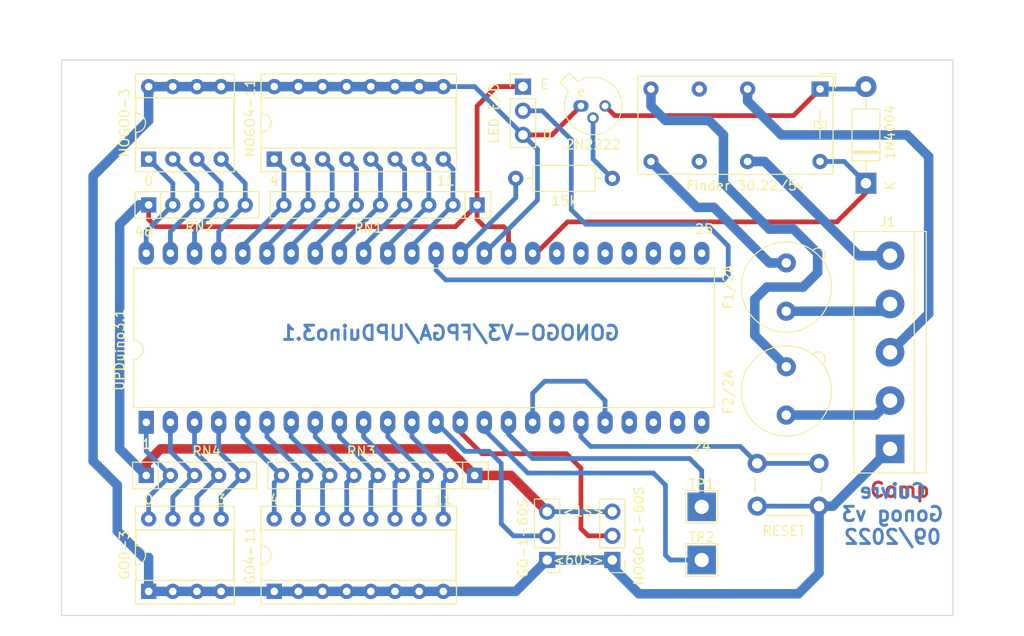
<source format=kicad_pcb>
(kicad_pcb (version 20171130) (host pcbnew "(5.1.9)-1")

  (general
    (thickness 1.6)
    (drawings 35)
    (tracks 263)
    (zones 0)
    (modules 26)
    (nets 58)
  )

  (page A4)
  (layers
    (0 F.Cu signal)
    (31 B.Cu signal)
    (32 B.Adhes user)
    (33 F.Adhes user)
    (34 B.Paste user)
    (35 F.Paste user)
    (36 B.SilkS user)
    (37 F.SilkS user)
    (38 B.Mask user)
    (39 F.Mask user)
    (40 Dwgs.User user hide)
    (41 Cmts.User user)
    (42 Eco1.User user)
    (43 Eco2.User user)
    (44 Edge.Cuts user)
    (45 Margin user)
    (46 B.CrtYd user)
    (47 F.CrtYd user)
    (48 B.Fab user)
    (49 F.Fab user hide)
  )

  (setup
    (last_trace_width 0.25)
    (user_trace_width 0.5)
    (user_trace_width 1)
    (user_trace_width 1.5)
    (trace_clearance 0.2)
    (zone_clearance 0.508)
    (zone_45_only no)
    (trace_min 0.2)
    (via_size 0.8)
    (via_drill 0.4)
    (via_min_size 0.4)
    (via_min_drill 0.3)
    (uvia_size 0.3)
    (uvia_drill 0.1)
    (uvias_allowed no)
    (uvia_min_size 0.2)
    (uvia_min_drill 0.1)
    (edge_width 0.05)
    (segment_width 0.2)
    (pcb_text_width 0.3)
    (pcb_text_size 1.5 1.5)
    (mod_edge_width 0.12)
    (mod_text_size 1 1)
    (mod_text_width 0.15)
    (pad_size 1.524 1.524)
    (pad_drill 0.762)
    (pad_to_mask_clearance 0)
    (aux_axis_origin 33.274 60.96)
    (grid_origin 33.274 60.96)
    (visible_elements 7FFFFFFF)
    (pcbplotparams
      (layerselection 0x010fc_ffffffff)
      (usegerberextensions false)
      (usegerberattributes true)
      (usegerberadvancedattributes true)
      (creategerberjobfile true)
      (excludeedgelayer true)
      (linewidth 0.100000)
      (plotframeref false)
      (viasonmask false)
      (mode 1)
      (useauxorigin false)
      (hpglpennumber 1)
      (hpglpenspeed 20)
      (hpglpendiameter 15.000000)
      (psnegative false)
      (psa4output false)
      (plotreference true)
      (plotvalue true)
      (plotinvisibletext false)
      (padsonsilk false)
      (subtractmaskfromsilk false)
      (outputformat 1)
      (mirror false)
      (drillshape 0)
      (scaleselection 1)
      (outputdirectory "fabrication/"))
  )

  (net 0 "")
  (net 1 /GND)
  (net 2 "Net-(D1-Pad2)")
  (net 3 "Net-(J1-Pad3)")
  (net 4 /3,3V)
  (net 5 /5v)
  (net 6 /LED_ENABLE)
  (net 7 /NOGO_1_60S)
  (net 8 /GO_1_60S)
  (net 9 "Net-(K1-Pad22)")
  (net 10 "Net-(K1-Pad12)")
  (net 11 "Net-(Q1-Pad2)")
  (net 12 /GONOGO)
  (net 13 /NOGO_4)
  (net 14 /NOGO_5)
  (net 15 /NOGO_6)
  (net 16 /NOGO_7)
  (net 17 /NOGO_8)
  (net 18 /NOGO_9)
  (net 19 /NOGO_10)
  (net 20 /NOGO_11)
  (net 21 /NOGO_0)
  (net 22 /NOGO_1)
  (net 23 /NOGO_2)
  (net 24 /NOGO_3)
  (net 25 /GO_11)
  (net 26 /GO_10)
  (net 27 /GO_9)
  (net 28 /GO_8)
  (net 29 /GO_7)
  (net 30 /GO_6)
  (net 31 /GO_5)
  (net 32 /GO_4)
  (net 33 /GO_3)
  (net 34 /GO_2)
  (net 35 /GO_1)
  (net 36 /GO_0)
  (net 37 /MINUTES)
  (net 38 /SECONDES)
  (net 39 "Net-(U1-Pad25)")
  (net 40 "Net-(U1-Pad26)")
  (net 41 "Net-(U1-Pad27)")
  (net 42 "Net-(U1-Pad28)")
  (net 43 "Net-(U1-Pad29)")
  (net 44 "Net-(U1-Pad30)")
  (net 45 "Net-(U1-Pad31)")
  (net 46 /12MHz)
  (net 47 "Net-(U1-Pad18)")
  (net 48 "Net-(U1-Pad21)")
  (net 49 "Net-(U1-Pad22)")
  (net 50 "Net-(U1-Pad23)")
  (net 51 "Net-(U1-Pad24)")
  (net 52 "Net-(F1-Pad2)")
  (net 53 "Net-(F1-Pad1)")
  (net 54 "Net-(F2-Pad1)")
  (net 55 "Net-(F2-Pad2)")
  (net 56 "Net-(J1-Pad5)")
  (net 57 "Net-(SW5-Pad1)")

  (net_class Default "This is the default net class."
    (clearance 0.2)
    (trace_width 0.25)
    (via_dia 0.8)
    (via_drill 0.4)
    (uvia_dia 0.3)
    (uvia_drill 0.1)
    (add_net /12MHz)
    (add_net /3,3V)
    (add_net /5v)
    (add_net /GND)
    (add_net /GONOGO)
    (add_net /GO_0)
    (add_net /GO_1)
    (add_net /GO_10)
    (add_net /GO_11)
    (add_net /GO_1_60S)
    (add_net /GO_2)
    (add_net /GO_3)
    (add_net /GO_4)
    (add_net /GO_5)
    (add_net /GO_6)
    (add_net /GO_7)
    (add_net /GO_8)
    (add_net /GO_9)
    (add_net /LED_ENABLE)
    (add_net /MINUTES)
    (add_net /NOGO_0)
    (add_net /NOGO_1)
    (add_net /NOGO_10)
    (add_net /NOGO_11)
    (add_net /NOGO_1_60S)
    (add_net /NOGO_2)
    (add_net /NOGO_3)
    (add_net /NOGO_4)
    (add_net /NOGO_5)
    (add_net /NOGO_6)
    (add_net /NOGO_7)
    (add_net /NOGO_8)
    (add_net /NOGO_9)
    (add_net /SECONDES)
    (add_net "Net-(D1-Pad2)")
    (add_net "Net-(F1-Pad1)")
    (add_net "Net-(F1-Pad2)")
    (add_net "Net-(F2-Pad1)")
    (add_net "Net-(F2-Pad2)")
    (add_net "Net-(J1-Pad3)")
    (add_net "Net-(J1-Pad5)")
    (add_net "Net-(K1-Pad12)")
    (add_net "Net-(K1-Pad22)")
    (add_net "Net-(Q1-Pad2)")
    (add_net "Net-(SW5-Pad1)")
    (add_net "Net-(U1-Pad18)")
    (add_net "Net-(U1-Pad21)")
    (add_net "Net-(U1-Pad22)")
    (add_net "Net-(U1-Pad23)")
    (add_net "Net-(U1-Pad24)")
    (add_net "Net-(U1-Pad25)")
    (add_net "Net-(U1-Pad26)")
    (add_net "Net-(U1-Pad27)")
    (add_net "Net-(U1-Pad28)")
    (add_net "Net-(U1-Pad29)")
    (add_net "Net-(U1-Pad30)")
    (add_net "Net-(U1-Pad31)")
  )

  (module gonogo-upduino:DIP-48_W17.78mm_LongPads (layer F.Cu) (tedit 63188F96) (tstamp 630E02C0)
    (at 42.164 99.06 90)
    (descr "48-lead though-hole mounted DIP package, row spacing 15.24 mm (600 mils), LongPads")
    (tags "THT DIP DIL PDIP 2.54mm 15.24mm 600mil LongPads")
    (path /630B6972)
    (fp_text reference UPDuino3.1 (at 7.62 -2.794 90) (layer F.SilkS)
      (effects (font (size 1 1) (thickness 0.15)))
    )
    (fp_text value Upduino31 (at 7.62 60.75 90) (layer F.Fab)
      (effects (font (size 1 1) (thickness 0.15)))
    )
    (fp_line (start 17.526 -0.254) (end 16.526 -1.254) (layer F.Fab) (width 0.1))
    (fp_line (start 19.24 -1.55) (end -1.5 -1.55) (layer F.CrtYd) (width 0.05))
    (fp_line (start 19.24 59.95) (end 19.24 -1.55) (layer F.CrtYd) (width 0.05))
    (fp_line (start -1.5 59.95) (end 19.24 59.95) (layer F.CrtYd) (width 0.05))
    (fp_line (start -1.5 -1.55) (end -1.5 59.95) (layer F.CrtYd) (width 0.05))
    (fp_line (start 16.22 -1.33) (end 8.62 -1.33) (layer F.SilkS) (width 0.12))
    (fp_line (start 16.22 59.75) (end 16.22 -1.33) (layer F.SilkS) (width 0.12))
    (fp_line (start 1.56 59.75) (end 16.22 59.75) (layer F.SilkS) (width 0.12))
    (fp_line (start 1.56 -1.33) (end 1.56 59.75) (layer F.SilkS) (width 0.12))
    (fp_line (start 6.62 -1.33) (end 1.56 -1.33) (layer F.SilkS) (width 0.12))
    (fp_line (start 0.255 -0.27) (end 1.255 -1.27) (layer F.Fab) (width 0.1))
    (fp_line (start 0.255 59.69) (end 0.255 -0.27) (layer F.Fab) (width 0.1))
    (fp_line (start 17.525 59.69) (end 0.255 59.69) (layer F.Fab) (width 0.1))
    (fp_line (start 17.526 -0.254) (end 17.525 59.69) (layer F.Fab) (width 0.1))
    (fp_line (start 1.255 -1.27) (end 16.51 -1.27) (layer F.Fab) (width 0.1))
    (fp_arc (start 7.62 -1.33) (end 6.62 -1.33) (angle -180) (layer F.SilkS) (width 0.12))
    (fp_text user %R (at 7.62 29.21 90) (layer F.Fab)
      (effects (font (size 1 1) (thickness 0.15)))
    )
    (pad 1 thru_hole rect (at 0 0 90) (size 2.4 1.6) (drill 0.8) (layers *.Cu *.Mask)
      (net 36 /GO_0))
    (pad 25 thru_hole oval (at 17.78 58.42 90) (size 2.4 1.6) (drill 0.8) (layers *.Cu *.Mask)
      (net 39 "Net-(U1-Pad25)"))
    (pad 2 thru_hole oval (at 0 2.54 90) (size 2.4 1.6) (drill 0.8) (layers *.Cu *.Mask)
      (net 35 /GO_1))
    (pad 26 thru_hole oval (at 17.78 55.88 90) (size 2.4 1.6) (drill 0.8) (layers *.Cu *.Mask)
      (net 40 "Net-(U1-Pad26)"))
    (pad 3 thru_hole oval (at 0 5.08 90) (size 2.4 1.6) (drill 0.8) (layers *.Cu *.Mask)
      (net 34 /GO_2))
    (pad 27 thru_hole oval (at 17.78 53.34 90) (size 2.4 1.6) (drill 0.8) (layers *.Cu *.Mask)
      (net 41 "Net-(U1-Pad27)"))
    (pad 4 thru_hole oval (at 0 7.62 90) (size 2.4 1.6) (drill 0.8) (layers *.Cu *.Mask)
      (net 33 /GO_3))
    (pad 28 thru_hole oval (at 17.78 50.8 90) (size 2.4 1.6) (drill 0.8) (layers *.Cu *.Mask)
      (net 42 "Net-(U1-Pad28)"))
    (pad 5 thru_hole oval (at 0 10.16 90) (size 2.4 1.6) (drill 0.8) (layers *.Cu *.Mask)
      (net 32 /GO_4))
    (pad 29 thru_hole oval (at 17.78 48.26 90) (size 2.4 1.6) (drill 0.8) (layers *.Cu *.Mask)
      (net 43 "Net-(U1-Pad29)"))
    (pad 6 thru_hole oval (at 0 12.7 90) (size 2.4 1.6) (drill 0.8) (layers *.Cu *.Mask)
      (net 31 /GO_5))
    (pad 30 thru_hole oval (at 17.78 45.72 90) (size 2.4 1.6) (drill 0.8) (layers *.Cu *.Mask)
      (net 44 "Net-(U1-Pad30)"))
    (pad 7 thru_hole oval (at 0 15.24 90) (size 2.4 1.6) (drill 0.8) (layers *.Cu *.Mask)
      (net 30 /GO_6))
    (pad 31 thru_hole oval (at 17.78 43.18 90) (size 2.4 1.6) (drill 0.8) (layers *.Cu *.Mask)
      (net 45 "Net-(U1-Pad31)"))
    (pad 8 thru_hole oval (at 0 17.78 90) (size 2.4 1.6) (drill 0.8) (layers *.Cu *.Mask)
      (net 29 /GO_7))
    (pad 32 thru_hole oval (at 17.78 40.64 90) (size 2.4 1.6) (drill 0.8) (layers *.Cu *.Mask)
      (net 5 /5v))
    (pad 9 thru_hole oval (at 0 20.32 90) (size 2.4 1.6) (drill 0.8) (layers *.Cu *.Mask)
      (net 28 /GO_8))
    (pad 33 thru_hole oval (at 17.78 38.1 90) (size 2.4 1.6) (drill 0.8) (layers *.Cu *.Mask)
      (net 4 /3,3V))
    (pad 10 thru_hole oval (at 0 22.86 90) (size 2.4 1.6) (drill 0.8) (layers *.Cu *.Mask)
      (net 27 /GO_9))
    (pad 34 thru_hole oval (at 17.78 35.56 90) (size 2.4 1.6) (drill 0.8) (layers *.Cu *.Mask)
      (net 1 /GND))
    (pad 11 thru_hole oval (at 0 25.4 90) (size 2.4 1.6) (drill 0.8) (layers *.Cu *.Mask)
      (net 26 /GO_10))
    (pad 35 thru_hole oval (at 17.78 33.02 90) (size 2.4 1.6) (drill 0.8) (layers *.Cu *.Mask)
      (net 12 /GONOGO))
    (pad 12 thru_hole oval (at 0 27.94 90) (size 2.4 1.6) (drill 0.8) (layers *.Cu *.Mask)
      (net 25 /GO_11))
    (pad 36 thru_hole oval (at 17.78 30.48 90) (size 2.4 1.6) (drill 0.8) (layers *.Cu *.Mask)
      (net 6 /LED_ENABLE))
    (pad 13 thru_hole oval (at 0 30.48 90) (size 2.4 1.6) (drill 0.8) (layers *.Cu *.Mask)
      (net 8 /GO_1_60S))
    (pad 37 thru_hole oval (at 17.78 27.94 90) (size 2.4 1.6) (drill 0.8) (layers *.Cu *.Mask)
      (net 20 /NOGO_11))
    (pad 14 thru_hole oval (at 0 33.02 90) (size 2.4 1.6) (drill 0.8) (layers *.Cu *.Mask)
      (net 7 /NOGO_1_60S))
    (pad 38 thru_hole oval (at 17.78 25.4 90) (size 2.4 1.6) (drill 0.8) (layers *.Cu *.Mask)
      (net 19 /NOGO_10))
    (pad 15 thru_hole oval (at 0 35.56 90) (size 2.4 1.6) (drill 0.8) (layers *.Cu *.Mask)
      (net 38 /SECONDES))
    (pad 39 thru_hole oval (at 17.78 22.86 90) (size 2.4 1.6) (drill 0.8) (layers *.Cu *.Mask)
      (net 18 /NOGO_9))
    (pad 16 thru_hole oval (at 0 38.1 90) (size 2.4 1.6) (drill 0.8) (layers *.Cu *.Mask)
      (net 37 /MINUTES))
    (pad 40 thru_hole oval (at 17.78 20.32 90) (size 2.4 1.6) (drill 0.8) (layers *.Cu *.Mask)
      (net 17 /NOGO_8))
    (pad 17 thru_hole oval (at 0 40.64 90) (size 2.4 1.6) (drill 0.8) (layers *.Cu *.Mask)
      (net 46 /12MHz))
    (pad 41 thru_hole oval (at 17.78 17.78 90) (size 2.4 1.6) (drill 0.8) (layers *.Cu *.Mask)
      (net 16 /NOGO_7))
    (pad 18 thru_hole oval (at 0 43.18 90) (size 2.4 1.6) (drill 0.8) (layers *.Cu *.Mask)
      (net 47 "Net-(U1-Pad18)"))
    (pad 42 thru_hole oval (at 17.78 15.24 90) (size 2.4 1.6) (drill 0.8) (layers *.Cu *.Mask)
      (net 15 /NOGO_6))
    (pad 19 thru_hole oval (at 0 45.72 90) (size 2.4 1.6) (drill 0.8) (layers *.Cu *.Mask)
      (net 57 "Net-(SW5-Pad1)"))
    (pad 43 thru_hole oval (at 17.78 12.7 90) (size 2.4 1.6) (drill 0.8) (layers *.Cu *.Mask)
      (net 14 /NOGO_5))
    (pad 20 thru_hole oval (at 0 48.26 90) (size 2.4 1.6) (drill 0.8) (layers *.Cu *.Mask)
      (net 46 /12MHz))
    (pad 44 thru_hole oval (at 17.78 10.16 90) (size 2.4 1.6) (drill 0.8) (layers *.Cu *.Mask)
      (net 13 /NOGO_4))
    (pad 21 thru_hole oval (at 0 50.8 90) (size 2.4 1.6) (drill 0.8) (layers *.Cu *.Mask)
      (net 48 "Net-(U1-Pad21)"))
    (pad 45 thru_hole oval (at 17.78 7.62 90) (size 2.4 1.6) (drill 0.8) (layers *.Cu *.Mask)
      (net 24 /NOGO_3))
    (pad 22 thru_hole oval (at 0 53.34 90) (size 2.4 1.6) (drill 0.8) (layers *.Cu *.Mask)
      (net 49 "Net-(U1-Pad22)"))
    (pad 46 thru_hole oval (at 17.78 5.08 90) (size 2.4 1.6) (drill 0.8) (layers *.Cu *.Mask)
      (net 23 /NOGO_2))
    (pad 23 thru_hole oval (at 0 55.88 90) (size 2.4 1.6) (drill 0.8) (layers *.Cu *.Mask)
      (net 50 "Net-(U1-Pad23)"))
    (pad 47 thru_hole oval (at 17.78 2.54 90) (size 2.4 1.6) (drill 0.8) (layers *.Cu *.Mask)
      (net 22 /NOGO_1))
    (pad 24 thru_hole oval (at 0 58.42 90) (size 2.4 1.6) (drill 0.8) (layers *.Cu *.Mask)
      (net 51 "Net-(U1-Pad24)"))
    (pad 48 thru_hole oval (at 17.78 0 90) (size 2.4 1.6) (drill 0.8) (layers *.Cu *.Mask)
      (net 21 /NOGO_0))
    (model ${KISYS3DMOD}/Package_DIP.3dshapes/DIP-48_W15.24mm.wrl
      (at (xyz 0 0 0))
      (scale (xyz 1 1 1))
      (rotate (xyz 0 0 0))
    )
  )

  (module MountingHole:MountingHole_2.7mm_M2.5_DIN965 (layer F.Cu) (tedit 56D1B4CB) (tstamp 6318CD66)
    (at 123.444 64.516)
    (descr "Mounting Hole 2.7mm, no annular, M2.5, DIN965")
    (tags "mounting hole 2.7mm no annular m2.5 din965")
    (attr virtual)
    (fp_text reference REF** (at 0.762 3.556) (layer F.SilkS) hide
      (effects (font (size 1 1) (thickness 0.15)))
    )
    (fp_text value MountingHole_2.7mm_M2.5_DIN965 (at 0 3.35) (layer F.Fab)
      (effects (font (size 1 1) (thickness 0.15)))
    )
    (fp_circle (center 0 0) (end 2.35 0) (layer Cmts.User) (width 0.15))
    (fp_circle (center 0 0) (end 2.6 0) (layer F.CrtYd) (width 0.05))
    (fp_text user %R (at 0.3 0) (layer F.Fab)
      (effects (font (size 1 1) (thickness 0.15)))
    )
    (pad 1 np_thru_hole circle (at 0 0) (size 2.7 2.7) (drill 2.7) (layers *.Cu *.Mask))
  )

  (module MountingHole:MountingHole_2.7mm_M2.5_DIN965 (layer F.Cu) (tedit 56D1B4CB) (tstamp 6318D871)
    (at 123.444 115.824)
    (descr "Mounting Hole 2.7mm, no annular, M2.5, DIN965")
    (tags "mounting hole 2.7mm no annular m2.5 din965")
    (attr virtual)
    (fp_text reference NOGO-0 (at -3.81 2.54) (layer F.SilkS) hide
      (effects (font (size 1 1) (thickness 0.15)))
    )
    (fp_text value MountingHole_2.7mm_M2.5_DIN965 (at 0 3.35) (layer F.Fab)
      (effects (font (size 1 1) (thickness 0.15)))
    )
    (fp_circle (center 0 0) (end 2.6 0) (layer F.CrtYd) (width 0.05))
    (fp_circle (center 0 0) (end 2.35 0) (layer Cmts.User) (width 0.15))
    (fp_text user %R (at 0.3 0) (layer F.Fab)
      (effects (font (size 1 1) (thickness 0.15)))
    )
    (pad 1 np_thru_hole circle (at 0 0) (size 2.7 2.7) (drill 2.7) (layers *.Cu *.Mask))
  )

  (module MountingHole:MountingHole_2.7mm_M2.5_DIN965 (layer F.Cu) (tedit 56D1B4CB) (tstamp 6318CD41)
    (at 36.83 115.824)
    (descr "Mounting Hole 2.7mm, no annular, M2.5, DIN965")
    (tags "mounting hole 2.7mm no annular m2.5 din965")
    (attr virtual)
    (fp_text reference REF** (at 0 -3.35) (layer F.SilkS) hide
      (effects (font (size 1 1) (thickness 0.15)))
    )
    (fp_text value MountingHole_2.7mm_M2.5_DIN965 (at 0 3.35) (layer F.Fab)
      (effects (font (size 1 1) (thickness 0.15)))
    )
    (fp_circle (center 0 0) (end 2.35 0) (layer Cmts.User) (width 0.15))
    (fp_circle (center 0 0) (end 2.6 0) (layer F.CrtYd) (width 0.05))
    (fp_text user %R (at 0.3 0) (layer F.Fab)
      (effects (font (size 1 1) (thickness 0.15)))
    )
    (pad 1 np_thru_hole circle (at 0 0) (size 2.7 2.7) (drill 2.7) (layers *.Cu *.Mask))
  )

  (module MountingHole:MountingHole_2.7mm_M2.5_DIN965 (layer F.Cu) (tedit 56D1B4CB) (tstamp 6318CCD9)
    (at 36.83 64.516)
    (descr "Mounting Hole 2.7mm, no annular, M2.5, DIN965")
    (tags "mounting hole 2.7mm no annular m2.5 din965")
    (attr virtual)
    (fp_text reference REF** (at 0 -3.35) (layer F.SilkS) hide
      (effects (font (size 1 1) (thickness 0.15)))
    )
    (fp_text value MountingHole_2.7mm_M2.5_DIN965 (at 0 3.35) (layer F.Fab)
      (effects (font (size 1 1) (thickness 0.15)))
    )
    (fp_circle (center 0 0) (end 2.6 0) (layer F.CrtYd) (width 0.05))
    (fp_circle (center 0 0) (end 2.35 0) (layer Cmts.User) (width 0.15))
    (fp_text user %R (at 0.3 0) (layer F.Fab)
      (effects (font (size 1 1) (thickness 0.15)))
    )
    (pad 1 np_thru_hole circle (at 0 0) (size 2.7 2.7) (drill 2.7) (layers *.Cu *.Mask))
  )

  (module Diode_THT:D_DO-41_SOD81_P10.16mm_Horizontal (layer F.Cu) (tedit 5AE50CD5) (tstamp 630E0094)
    (at 117.856 73.914 90)
    (descr "Diode, DO-41_SOD81 series, Axial, Horizontal, pin pitch=10.16mm, , length*diameter=5.2*2.7mm^2, , http://www.diodes.com/_files/packages/DO-41%20(Plastic).pdf")
    (tags "Diode DO-41_SOD81 series Axial Horizontal pin pitch 10.16mm  length 5.2mm diameter 2.7mm")
    (path /6334131B)
    (fp_text reference 1N4004 (at 5.334 2.54 90) (layer F.SilkS)
      (effects (font (size 1 1) (thickness 0.15)))
    )
    (fp_text value 1N4001 (at 5.08 2.47 90) (layer F.Fab)
      (effects (font (size 1 1) (thickness 0.15)))
    )
    (fp_line (start 2.48 -1.35) (end 2.48 1.35) (layer F.Fab) (width 0.1))
    (fp_line (start 2.48 1.35) (end 7.68 1.35) (layer F.Fab) (width 0.1))
    (fp_line (start 7.68 1.35) (end 7.68 -1.35) (layer F.Fab) (width 0.1))
    (fp_line (start 7.68 -1.35) (end 2.48 -1.35) (layer F.Fab) (width 0.1))
    (fp_line (start 0 0) (end 2.48 0) (layer F.Fab) (width 0.1))
    (fp_line (start 10.16 0) (end 7.68 0) (layer F.Fab) (width 0.1))
    (fp_line (start 3.26 -1.35) (end 3.26 1.35) (layer F.Fab) (width 0.1))
    (fp_line (start 3.36 -1.35) (end 3.36 1.35) (layer F.Fab) (width 0.1))
    (fp_line (start 3.16 -1.35) (end 3.16 1.35) (layer F.Fab) (width 0.1))
    (fp_line (start 2.36 -1.47) (end 2.36 1.47) (layer F.SilkS) (width 0.12))
    (fp_line (start 2.36 1.47) (end 7.8 1.47) (layer F.SilkS) (width 0.12))
    (fp_line (start 7.8 1.47) (end 7.8 -1.47) (layer F.SilkS) (width 0.12))
    (fp_line (start 7.8 -1.47) (end 2.36 -1.47) (layer F.SilkS) (width 0.12))
    (fp_line (start 1.34 0) (end 2.36 0) (layer F.SilkS) (width 0.12))
    (fp_line (start 8.82 0) (end 7.8 0) (layer F.SilkS) (width 0.12))
    (fp_line (start 3.26 -1.47) (end 3.26 1.47) (layer F.SilkS) (width 0.12))
    (fp_line (start 3.38 -1.47) (end 3.38 1.47) (layer F.SilkS) (width 0.12))
    (fp_line (start 3.14 -1.47) (end 3.14 1.47) (layer F.SilkS) (width 0.12))
    (fp_line (start -1.35 -1.6) (end -1.35 1.6) (layer F.CrtYd) (width 0.05))
    (fp_line (start -1.35 1.6) (end 11.51 1.6) (layer F.CrtYd) (width 0.05))
    (fp_line (start 11.51 1.6) (end 11.51 -1.6) (layer F.CrtYd) (width 0.05))
    (fp_line (start 11.51 -1.6) (end -1.35 -1.6) (layer F.CrtYd) (width 0.05))
    (fp_text user %R (at 5.47 0 90) (layer F.Fab)
      (effects (font (size 1 1) (thickness 0.15)))
    )
    (fp_text user K (at 0 -2.1 90) (layer F.Fab)
      (effects (font (size 1 1) (thickness 0.15)))
    )
    (fp_text user K (at -0.254 2.54 90) (layer F.SilkS)
      (effects (font (size 1 1) (thickness 0.15)))
    )
    (pad 1 thru_hole rect (at 0 0 90) (size 2.2 2.2) (drill 1.1) (layers *.Cu *.Mask)
      (net 5 /5v))
    (pad 2 thru_hole oval (at 10.16 0 90) (size 2.2 2.2) (drill 1.1) (layers *.Cu *.Mask)
      (net 2 "Net-(D1-Pad2)"))
    (model ${KISYS3DMOD}/Diode_THT.3dshapes/D_DO-41_SOD81_P10.16mm_Horizontal.wrl
      (at (xyz 0 0 0))
      (scale (xyz 1 1 1))
      (rotate (xyz 0 0 0))
    )
  )

  (module Connector_PinHeader_2.54mm:PinHeader_1x03_P2.54mm_Vertical (layer F.Cu) (tedit 59FED5CC) (tstamp 630E00DA)
    (at 81.788 63.754)
    (descr "Through hole straight pin header, 1x03, 2.54mm pitch, single row")
    (tags "Through hole pin header THT 1x03 2.54mm single row")
    (path /63588151)
    (fp_text reference "LED E/D" (at -3.048 2.794 90) (layer F.SilkS)
      (effects (font (size 1 1) (thickness 0.15)))
    )
    (fp_text value Jumper_NC_Dual (at 0 7.41) (layer F.Fab)
      (effects (font (size 1 1) (thickness 0.15)))
    )
    (fp_line (start -0.635 -1.27) (end 1.27 -1.27) (layer F.Fab) (width 0.1))
    (fp_line (start 1.27 -1.27) (end 1.27 6.35) (layer F.Fab) (width 0.1))
    (fp_line (start 1.27 6.35) (end -1.27 6.35) (layer F.Fab) (width 0.1))
    (fp_line (start -1.27 6.35) (end -1.27 -0.635) (layer F.Fab) (width 0.1))
    (fp_line (start -1.27 -0.635) (end -0.635 -1.27) (layer F.Fab) (width 0.1))
    (fp_line (start -1.33 6.41) (end 1.33 6.41) (layer F.SilkS) (width 0.12))
    (fp_line (start -1.33 1.27) (end -1.33 6.41) (layer F.SilkS) (width 0.12))
    (fp_line (start 1.33 1.27) (end 1.33 6.41) (layer F.SilkS) (width 0.12))
    (fp_line (start -1.33 1.27) (end 1.33 1.27) (layer F.SilkS) (width 0.12))
    (fp_line (start -1.33 0) (end -1.33 -1.33) (layer F.SilkS) (width 0.12))
    (fp_line (start -1.33 -1.33) (end 0 -1.33) (layer F.SilkS) (width 0.12))
    (fp_line (start -1.8 -1.8) (end -1.8 6.85) (layer F.CrtYd) (width 0.05))
    (fp_line (start -1.8 6.85) (end 1.8 6.85) (layer F.CrtYd) (width 0.05))
    (fp_line (start 1.8 6.85) (end 1.8 -1.8) (layer F.CrtYd) (width 0.05))
    (fp_line (start 1.8 -1.8) (end -1.8 -1.8) (layer F.CrtYd) (width 0.05))
    (fp_text user %R (at 0 2.54 90) (layer F.Fab)
      (effects (font (size 1 1) (thickness 0.15)))
    )
    (pad 1 thru_hole rect (at 0 0) (size 1.7 1.7) (drill 1) (layers *.Cu *.Mask)
      (net 4 /3,3V))
    (pad 2 thru_hole oval (at 0 2.54) (size 1.7 1.7) (drill 1) (layers *.Cu *.Mask)
      (net 6 /LED_ENABLE))
    (pad 3 thru_hole oval (at 0 5.08) (size 1.7 1.7) (drill 1) (layers *.Cu *.Mask)
      (net 1 /GND))
    (model ${KISYS3DMOD}/Connector_PinHeader_2.54mm.3dshapes/PinHeader_1x03_P2.54mm_Vertical.wrl
      (at (xyz 0 0 0))
      (scale (xyz 1 1 1))
      (rotate (xyz 0 0 0))
    )
  )

  (module Connector_PinHeader_2.54mm:PinHeader_1x03_P2.54mm_Vertical (layer F.Cu) (tedit 59FED5CC) (tstamp 630E00F1)
    (at 91.186 113.538 180)
    (descr "Through hole straight pin header, 1x03, 2.54mm pitch, single row")
    (tags "Through hole pin header THT 1x03 2.54mm single row")
    (path /6317D16D)
    (fp_text reference NOGO-1-60S (at -2.794 2.54 90) (layer F.SilkS)
      (effects (font (size 1 1) (thickness 0.15)))
    )
    (fp_text value Jumper_NC_Dual (at 0 7.41) (layer F.Fab)
      (effects (font (size 1 1) (thickness 0.15)))
    )
    (fp_line (start -0.635 -1.27) (end 1.27 -1.27) (layer F.Fab) (width 0.1))
    (fp_line (start 1.27 -1.27) (end 1.27 6.35) (layer F.Fab) (width 0.1))
    (fp_line (start 1.27 6.35) (end -1.27 6.35) (layer F.Fab) (width 0.1))
    (fp_line (start -1.27 6.35) (end -1.27 -0.635) (layer F.Fab) (width 0.1))
    (fp_line (start -1.27 -0.635) (end -0.635 -1.27) (layer F.Fab) (width 0.1))
    (fp_line (start -1.33 6.41) (end 1.33 6.41) (layer F.SilkS) (width 0.12))
    (fp_line (start -1.33 1.27) (end -1.33 6.41) (layer F.SilkS) (width 0.12))
    (fp_line (start 1.33 1.27) (end 1.33 6.41) (layer F.SilkS) (width 0.12))
    (fp_line (start -1.33 1.27) (end 1.33 1.27) (layer F.SilkS) (width 0.12))
    (fp_line (start -1.33 0) (end -1.33 -1.33) (layer F.SilkS) (width 0.12))
    (fp_line (start -1.33 -1.33) (end 0 -1.33) (layer F.SilkS) (width 0.12))
    (fp_line (start -1.8 -1.8) (end -1.8 6.85) (layer F.CrtYd) (width 0.05))
    (fp_line (start -1.8 6.85) (end 1.8 6.85) (layer F.CrtYd) (width 0.05))
    (fp_line (start 1.8 6.85) (end 1.8 -1.8) (layer F.CrtYd) (width 0.05))
    (fp_line (start 1.8 -1.8) (end -1.8 -1.8) (layer F.CrtYd) (width 0.05))
    (fp_text user %R (at 0 2.54 90) (layer F.Fab)
      (effects (font (size 1 1) (thickness 0.15)))
    )
    (pad 1 thru_hole rect (at 0 0 180) (size 1.7 1.7) (drill 1) (layers *.Cu *.Mask)
      (net 1 /GND))
    (pad 2 thru_hole oval (at 0 2.54 180) (size 1.7 1.7) (drill 1) (layers *.Cu *.Mask)
      (net 7 /NOGO_1_60S))
    (pad 3 thru_hole oval (at 0 5.08 180) (size 1.7 1.7) (drill 1) (layers *.Cu *.Mask)
      (net 4 /3,3V))
    (model ${KISYS3DMOD}/Connector_PinHeader_2.54mm.3dshapes/PinHeader_1x03_P2.54mm_Vertical.wrl
      (at (xyz 0 0 0))
      (scale (xyz 1 1 1))
      (rotate (xyz 0 0 0))
    )
  )

  (module Connector_PinHeader_2.54mm:PinHeader_1x03_P2.54mm_Vertical (layer F.Cu) (tedit 59FED5CC) (tstamp 630E0108)
    (at 84.328 113.538 180)
    (descr "Through hole straight pin header, 1x03, 2.54mm pitch, single row")
    (tags "Through hole pin header THT 1x03 2.54mm single row")
    (path /6317999E)
    (fp_text reference GO-1-60S (at 2.54 2.286 90) (layer F.SilkS)
      (effects (font (size 1 1) (thickness 0.15)))
    )
    (fp_text value Jumper_NC_Dual (at 0 7.41) (layer F.Fab)
      (effects (font (size 1 1) (thickness 0.15)))
    )
    (fp_line (start 1.8 -1.8) (end -1.8 -1.8) (layer F.CrtYd) (width 0.05))
    (fp_line (start 1.8 6.85) (end 1.8 -1.8) (layer F.CrtYd) (width 0.05))
    (fp_line (start -1.8 6.85) (end 1.8 6.85) (layer F.CrtYd) (width 0.05))
    (fp_line (start -1.8 -1.8) (end -1.8 6.85) (layer F.CrtYd) (width 0.05))
    (fp_line (start -1.33 -1.33) (end 0 -1.33) (layer F.SilkS) (width 0.12))
    (fp_line (start -1.33 0) (end -1.33 -1.33) (layer F.SilkS) (width 0.12))
    (fp_line (start -1.33 1.27) (end 1.33 1.27) (layer F.SilkS) (width 0.12))
    (fp_line (start 1.33 1.27) (end 1.33 6.41) (layer F.SilkS) (width 0.12))
    (fp_line (start -1.33 1.27) (end -1.33 6.41) (layer F.SilkS) (width 0.12))
    (fp_line (start -1.33 6.41) (end 1.33 6.41) (layer F.SilkS) (width 0.12))
    (fp_line (start -1.27 -0.635) (end -0.635 -1.27) (layer F.Fab) (width 0.1))
    (fp_line (start -1.27 6.35) (end -1.27 -0.635) (layer F.Fab) (width 0.1))
    (fp_line (start 1.27 6.35) (end -1.27 6.35) (layer F.Fab) (width 0.1))
    (fp_line (start 1.27 -1.27) (end 1.27 6.35) (layer F.Fab) (width 0.1))
    (fp_line (start -0.635 -1.27) (end 1.27 -1.27) (layer F.Fab) (width 0.1))
    (fp_text user %R (at 0.128999 2.194999 90) (layer F.Fab)
      (effects (font (size 1 1) (thickness 0.15)))
    )
    (pad 3 thru_hole oval (at 0 5.08 180) (size 1.7 1.7) (drill 1) (layers *.Cu *.Mask)
      (net 4 /3,3V))
    (pad 2 thru_hole oval (at 0 2.54 180) (size 1.7 1.7) (drill 1) (layers *.Cu *.Mask)
      (net 8 /GO_1_60S))
    (pad 1 thru_hole rect (at 0 0 180) (size 1.7 1.7) (drill 1) (layers *.Cu *.Mask)
      (net 1 /GND))
    (model ${KISYS3DMOD}/Connector_PinHeader_2.54mm.3dshapes/PinHeader_1x03_P2.54mm_Vertical.wrl
      (at (xyz 0 0 0))
      (scale (xyz 1 1 1))
      (rotate (xyz 0 0 0))
    )
  )

  (module Relay_THT:Relay_DPDT_Finder_30.22 (layer F.Cu) (tedit 5E9CCCFB) (tstamp 630E012C)
    (at 113.03 64.008 180)
    (descr "Finder 32.21-x000 Relay, DPDT, https://gfinder.findernet.com/public/attachments/30/EN/S30EN.pdf")
    (tags "AXICOM IM-Series Relay SPDT")
    (path /63625988)
    (fp_text reference "Finder 30.22/5v" (at 7.874 -10.16) (layer F.SilkS)
      (effects (font (size 1 1) (thickness 0.15)))
    )
    (fp_text value FINDER-30.22 (at 8.4 2.4) (layer F.Fab)
      (effects (font (size 1 1) (thickness 0.15)))
    )
    (fp_line (start 0.26 1.24) (end -1.26 -0.24) (layer F.Fab) (width 0.1))
    (fp_line (start 0.1 1.6) (end -1.62 1.6) (layer F.SilkS) (width 0.12))
    (fp_line (start -1.62 1.6) (end -1.62 0.1) (layer F.SilkS) (width 0.12))
    (fp_line (start 19.15 1.35) (end -1.37 1.35) (layer F.SilkS) (width 0.12))
    (fp_line (start -1.37 1.35) (end -1.37 -8.97) (layer F.SilkS) (width 0.12))
    (fp_line (start -1.37 -8.97) (end 19.15 -8.97) (layer F.SilkS) (width 0.12))
    (fp_line (start 19.15 -8.97) (end 19.15 1.35) (layer F.SilkS) (width 0.12))
    (fp_line (start -1.26 -0.24) (end -1.26 -8.86) (layer F.Fab) (width 0.1))
    (fp_line (start -1.26 -8.86) (end 19.04 -8.86) (layer F.Fab) (width 0.1))
    (fp_line (start 19.04 -8.86) (end 19.04 1.24) (layer F.Fab) (width 0.1))
    (fp_line (start 19.04 1.24) (end 0.26 1.24) (layer F.Fab) (width 0.1))
    (fp_line (start 0 -3.4) (end 0 -2.3) (layer F.SilkS) (width 0.12))
    (fp_line (start 0 -4.1) (end 0 -5.2) (layer F.SilkS) (width 0.12))
    (fp_line (start 0.2 -3.4) (end -0.2 -4.1) (layer F.SilkS) (width 0.12))
    (fp_line (start -0.6 -3.4) (end 0.6 -3.4) (layer F.SilkS) (width 0.12))
    (fp_line (start 0.6 -3.4) (end 0.6 -4.1) (layer F.SilkS) (width 0.12))
    (fp_line (start 0.6 -4.1) (end -0.6 -4.1) (layer F.SilkS) (width 0.12))
    (fp_line (start -0.6 -4.1) (end -0.6 -3.4) (layer F.SilkS) (width 0.12))
    (fp_line (start 0 -2.3) (end 0 -5.2) (layer F.Fab) (width 0.1))
    (fp_line (start -1.51 -9.11) (end 19.29 -9.11) (layer F.CrtYd) (width 0.05))
    (fp_line (start -1.51 -9.11) (end -1.51 1.49) (layer F.CrtYd) (width 0.05))
    (fp_line (start 19.29 1.49) (end 19.29 -9.11) (layer F.CrtYd) (width 0.05))
    (fp_line (start 19.29 1.49) (end -1.51 1.49) (layer F.CrtYd) (width 0.05))
    (fp_text user %R (at 10.2 -4.1 180) (layer F.Fab)
      (effects (font (size 1 1) (thickness 0.15)))
    )
    (pad 21 thru_hole circle (at 7.62 -7.62 270) (size 1.6 1.6) (drill 0.8) (layers *.Cu *.Mask)
      (net 56 "Net-(J1-Pad5)"))
    (pad 22 thru_hole circle (at 12.7 -7.62 270) (size 1.6 1.6) (drill 0.8) (layers *.Cu *.Mask)
      (net 9 "Net-(K1-Pad22)"))
    (pad 24 thru_hole circle (at 17.78 -7.62) (size 1.6 1.6) (drill 0.8) (layers *.Cu *.Mask)
      (net 52 "Net-(F1-Pad2)"))
    (pad A1 thru_hole rect (at 0 0 270) (size 1.6 1.8) (drill 0.8) (layers *.Cu *.Mask)
      (net 2 "Net-(D1-Pad2)"))
    (pad A2 thru_hole circle (at 0 -7.62 270) (size 1.6 1.6) (drill 0.8) (layers *.Cu *.Mask)
      (net 5 /5v))
    (pad 11 thru_hole circle (at 7.62 0 270) (size 1.6 1.6) (drill 0.8) (layers *.Cu *.Mask)
      (net 3 "Net-(J1-Pad3)"))
    (pad 14 thru_hole circle (at 17.78 0 270) (size 1.6 1.6) (drill 0.8) (layers *.Cu *.Mask)
      (net 55 "Net-(F2-Pad2)"))
    (pad 12 thru_hole circle (at 12.7 0 270) (size 1.6 1.6) (drill 0.8) (layers *.Cu *.Mask)
      (net 10 "Net-(K1-Pad12)"))
    (model ${KISYS3DMOD}/Relay_THT.3dshapes/Relay_DPDT_Finder_30.22.wrl
      (at (xyz 0 0 0))
      (scale (xyz 1 1 1))
      (rotate (xyz 0 0 0))
    )
  )

  (module Package_TO_SOT_THT:TO-18-3 (layer F.Cu) (tedit 5A02FF81) (tstamp 630E0141)
    (at 87.884 65.786)
    (descr TO-18-3)
    (tags TO-18-3)
    (path /631822A7)
    (fp_text reference 2N2222 (at 1.27 4.064) (layer F.SilkS)
      (effects (font (size 1 1) (thickness 0.15)))
    )
    (fp_text value 2N2222 (at 1.27 4.02) (layer F.Fab)
      (effects (font (size 1 1) (thickness 0.15)))
    )
    (fp_line (start -0.329057 -2.419301) (end -1.156372 -3.246616) (layer F.Fab) (width 0.1))
    (fp_line (start -1.156372 -3.246616) (end -1.976616 -2.426372) (layer F.Fab) (width 0.1))
    (fp_line (start -1.976616 -2.426372) (end -1.149301 -1.599057) (layer F.Fab) (width 0.1))
    (fp_line (start -0.312331 -2.572281) (end -1.224499 -3.484448) (layer F.SilkS) (width 0.12))
    (fp_line (start -1.224499 -3.484448) (end -2.214448 -2.494499) (layer F.SilkS) (width 0.12))
    (fp_line (start -2.214448 -2.494499) (end -1.302281 -1.582331) (layer F.SilkS) (width 0.12))
    (fp_line (start -2.23 -3.5) (end -2.23 3.15) (layer F.CrtYd) (width 0.05))
    (fp_line (start -2.23 3.15) (end 4.42 3.15) (layer F.CrtYd) (width 0.05))
    (fp_line (start 4.42 3.15) (end 4.42 -3.5) (layer F.CrtYd) (width 0.05))
    (fp_line (start 4.42 -3.5) (end -2.23 -3.5) (layer F.CrtYd) (width 0.05))
    (fp_circle (center 1.27 0) (end 3.67 0) (layer F.Fab) (width 0.1))
    (fp_text user %R (at 1.27 -4.02) (layer F.Fab)
      (effects (font (size 1 1) (thickness 0.15)))
    )
    (fp_arc (start 1.27 0) (end -0.329057 -2.419301) (angle 336.9) (layer F.Fab) (width 0.1))
    (fp_arc (start 1.27 0) (end -0.312331 -2.572281) (angle 333.2) (layer F.SilkS) (width 0.12))
    (pad 1 thru_hole oval (at 0 0) (size 1.6 1.2) (drill 0.7) (layers *.Cu *.Mask)
      (net 1 /GND))
    (pad 2 thru_hole oval (at 1.27 1.27) (size 1.2 1.2) (drill 0.7) (layers *.Cu *.Mask)
      (net 11 "Net-(Q1-Pad2)"))
    (pad 3 thru_hole oval (at 2.54 0) (size 1.2 1.2) (drill 0.7) (layers *.Cu *.Mask)
      (net 2 "Net-(D1-Pad2)"))
    (model ${KISYS3DMOD}/Package_TO_SOT_THT.3dshapes/TO-18-3.wrl
      (at (xyz 0 0 0))
      (scale (xyz 1 1 1))
      (rotate (xyz 0 0 0))
    )
  )

  (module Resistor_THT:R_Axial_DIN0207_L6.3mm_D2.5mm_P10.16mm_Horizontal (layer F.Cu) (tedit 5AE5139B) (tstamp 630E0158)
    (at 91.186 73.406 180)
    (descr "Resistor, Axial_DIN0207 series, Axial, Horizontal, pin pitch=10.16mm, 0.25W = 1/4W, length*diameter=6.3*2.5mm^2, http://cdn-reichelt.de/documents/datenblatt/B400/1_4W%23YAG.pdf")
    (tags "Resistor Axial_DIN0207 series Axial Horizontal pin pitch 10.16mm 0.25W = 1/4W length 6.3mm diameter 2.5mm")
    (path /631C0F7F)
    (fp_text reference 15k (at 5.08 -2.37) (layer F.SilkS)
      (effects (font (size 1 1) (thickness 0.15)))
    )
    (fp_text value 33k (at 5.08 2.37) (layer F.Fab)
      (effects (font (size 1 1) (thickness 0.15)))
    )
    (fp_line (start 1.93 -1.25) (end 1.93 1.25) (layer F.Fab) (width 0.1))
    (fp_line (start 1.93 1.25) (end 8.23 1.25) (layer F.Fab) (width 0.1))
    (fp_line (start 8.23 1.25) (end 8.23 -1.25) (layer F.Fab) (width 0.1))
    (fp_line (start 8.23 -1.25) (end 1.93 -1.25) (layer F.Fab) (width 0.1))
    (fp_line (start 0 0) (end 1.93 0) (layer F.Fab) (width 0.1))
    (fp_line (start 10.16 0) (end 8.23 0) (layer F.Fab) (width 0.1))
    (fp_line (start 1.81 -1.37) (end 1.81 1.37) (layer F.SilkS) (width 0.12))
    (fp_line (start 1.81 1.37) (end 8.35 1.37) (layer F.SilkS) (width 0.12))
    (fp_line (start 8.35 1.37) (end 8.35 -1.37) (layer F.SilkS) (width 0.12))
    (fp_line (start 8.35 -1.37) (end 1.81 -1.37) (layer F.SilkS) (width 0.12))
    (fp_line (start 1.04 0) (end 1.81 0) (layer F.SilkS) (width 0.12))
    (fp_line (start 9.12 0) (end 8.35 0) (layer F.SilkS) (width 0.12))
    (fp_line (start -1.05 -1.5) (end -1.05 1.5) (layer F.CrtYd) (width 0.05))
    (fp_line (start -1.05 1.5) (end 11.21 1.5) (layer F.CrtYd) (width 0.05))
    (fp_line (start 11.21 1.5) (end 11.21 -1.5) (layer F.CrtYd) (width 0.05))
    (fp_line (start 11.21 -1.5) (end -1.05 -1.5) (layer F.CrtYd) (width 0.05))
    (fp_text user %R (at 5.08 0) (layer F.Fab)
      (effects (font (size 1 1) (thickness 0.15)))
    )
    (pad 1 thru_hole circle (at 0 0 180) (size 1.6 1.6) (drill 0.8) (layers *.Cu *.Mask)
      (net 11 "Net-(Q1-Pad2)"))
    (pad 2 thru_hole oval (at 10.16 0 180) (size 1.6 1.6) (drill 0.8) (layers *.Cu *.Mask)
      (net 12 /GONOGO))
    (model ${KISYS3DMOD}/Resistor_THT.3dshapes/R_Axial_DIN0207_L6.3mm_D2.5mm_P10.16mm_Horizontal.wrl
      (at (xyz 0 0 0))
      (scale (xyz 1 1 1))
      (rotate (xyz 0 0 0))
    )
  )

  (module Resistor_THT:R_Array_SIP9 (layer F.Cu) (tedit 5A14249F) (tstamp 630E0174)
    (at 76.962 76.2 180)
    (descr "9-pin Resistor SIP pack")
    (tags R)
    (path /6334B2DD)
    (fp_text reference RN1 (at 11.43 -2.4) (layer F.SilkS)
      (effects (font (size 1 1) (thickness 0.15)))
    )
    (fp_text value R_Network08 (at 11.43 2.4) (layer F.Fab)
      (effects (font (size 1 1) (thickness 0.15)))
    )
    (fp_line (start 22.05 -1.65) (end -1.7 -1.65) (layer F.CrtYd) (width 0.05))
    (fp_line (start 22.05 1.65) (end 22.05 -1.65) (layer F.CrtYd) (width 0.05))
    (fp_line (start -1.7 1.65) (end 22.05 1.65) (layer F.CrtYd) (width 0.05))
    (fp_line (start -1.7 -1.65) (end -1.7 1.65) (layer F.CrtYd) (width 0.05))
    (fp_line (start 1.27 -1.4) (end 1.27 1.4) (layer F.SilkS) (width 0.12))
    (fp_line (start 21.76 -1.4) (end -1.44 -1.4) (layer F.SilkS) (width 0.12))
    (fp_line (start 21.76 1.4) (end 21.76 -1.4) (layer F.SilkS) (width 0.12))
    (fp_line (start -1.44 1.4) (end 21.76 1.4) (layer F.SilkS) (width 0.12))
    (fp_line (start -1.44 -1.4) (end -1.44 1.4) (layer F.SilkS) (width 0.12))
    (fp_line (start 1.27 -1.25) (end 1.27 1.25) (layer F.Fab) (width 0.1))
    (fp_line (start 21.61 -1.25) (end -1.29 -1.25) (layer F.Fab) (width 0.1))
    (fp_line (start 21.61 1.25) (end 21.61 -1.25) (layer F.Fab) (width 0.1))
    (fp_line (start -1.29 1.25) (end 21.61 1.25) (layer F.Fab) (width 0.1))
    (fp_line (start -1.29 -1.25) (end -1.29 1.25) (layer F.Fab) (width 0.1))
    (fp_text user %R (at 10.16 0) (layer F.Fab)
      (effects (font (size 1 1) (thickness 0.15)))
    )
    (pad 9 thru_hole oval (at 20.32 0 180) (size 1.6 1.6) (drill 0.8) (layers *.Cu *.Mask)
      (net 13 /NOGO_4))
    (pad 8 thru_hole oval (at 17.78 0 180) (size 1.6 1.6) (drill 0.8) (layers *.Cu *.Mask)
      (net 14 /NOGO_5))
    (pad 7 thru_hole oval (at 15.24 0 180) (size 1.6 1.6) (drill 0.8) (layers *.Cu *.Mask)
      (net 15 /NOGO_6))
    (pad 6 thru_hole oval (at 12.7 0 180) (size 1.6 1.6) (drill 0.8) (layers *.Cu *.Mask)
      (net 16 /NOGO_7))
    (pad 5 thru_hole oval (at 10.16 0 180) (size 1.6 1.6) (drill 0.8) (layers *.Cu *.Mask)
      (net 17 /NOGO_8))
    (pad 4 thru_hole oval (at 7.62 0 180) (size 1.6 1.6) (drill 0.8) (layers *.Cu *.Mask)
      (net 18 /NOGO_9))
    (pad 3 thru_hole oval (at 5.08 0 180) (size 1.6 1.6) (drill 0.8) (layers *.Cu *.Mask)
      (net 19 /NOGO_10))
    (pad 2 thru_hole oval (at 2.54 0 180) (size 1.6 1.6) (drill 0.8) (layers *.Cu *.Mask)
      (net 20 /NOGO_11))
    (pad 1 thru_hole rect (at 0 0 180) (size 1.6 1.6) (drill 0.8) (layers *.Cu *.Mask)
      (net 4 /3,3V))
    (model ${KISYS3DMOD}/Resistor_THT.3dshapes/R_Array_SIP9.wrl
      (at (xyz 0 0 0))
      (scale (xyz 1 1 1))
      (rotate (xyz 0 0 0))
    )
  )

  (module Resistor_THT:R_Array_SIP5 (layer F.Cu) (tedit 5A14249F) (tstamp 630E018C)
    (at 42.418 76.2)
    (descr "5-pin Resistor SIP pack")
    (tags R)
    (path /6334B2C6)
    (fp_text reference RN2 (at 5.334 2.286) (layer F.SilkS)
      (effects (font (size 1 1) (thickness 0.15)))
    )
    (fp_text value R_Network04 (at 6.35 2.4) (layer F.Fab)
      (effects (font (size 1 1) (thickness 0.15)))
    )
    (fp_line (start 11.9 -1.65) (end -1.7 -1.65) (layer F.CrtYd) (width 0.05))
    (fp_line (start 11.9 1.65) (end 11.9 -1.65) (layer F.CrtYd) (width 0.05))
    (fp_line (start -1.7 1.65) (end 11.9 1.65) (layer F.CrtYd) (width 0.05))
    (fp_line (start -1.7 -1.65) (end -1.7 1.65) (layer F.CrtYd) (width 0.05))
    (fp_line (start 1.27 -1.4) (end 1.27 1.4) (layer F.SilkS) (width 0.12))
    (fp_line (start 11.6 -1.4) (end -1.44 -1.4) (layer F.SilkS) (width 0.12))
    (fp_line (start 11.6 1.4) (end 11.6 -1.4) (layer F.SilkS) (width 0.12))
    (fp_line (start -1.44 1.4) (end 11.6 1.4) (layer F.SilkS) (width 0.12))
    (fp_line (start -1.44 -1.4) (end -1.44 1.4) (layer F.SilkS) (width 0.12))
    (fp_line (start 1.27 -1.25) (end 1.27 1.25) (layer F.Fab) (width 0.1))
    (fp_line (start 11.45 -1.25) (end -1.29 -1.25) (layer F.Fab) (width 0.1))
    (fp_line (start 11.45 1.25) (end 11.45 -1.25) (layer F.Fab) (width 0.1))
    (fp_line (start -1.29 1.25) (end 11.45 1.25) (layer F.Fab) (width 0.1))
    (fp_line (start -1.29 -1.25) (end -1.29 1.25) (layer F.Fab) (width 0.1))
    (fp_text user %R (at 5.08 0) (layer F.Fab)
      (effects (font (size 1 1) (thickness 0.15)))
    )
    (pad 5 thru_hole oval (at 10.16 0) (size 1.6 1.6) (drill 0.8) (layers *.Cu *.Mask)
      (net 24 /NOGO_3))
    (pad 4 thru_hole oval (at 7.62 0) (size 1.6 1.6) (drill 0.8) (layers *.Cu *.Mask)
      (net 23 /NOGO_2))
    (pad 3 thru_hole oval (at 5.08 0) (size 1.6 1.6) (drill 0.8) (layers *.Cu *.Mask)
      (net 22 /NOGO_1))
    (pad 2 thru_hole oval (at 2.54 0) (size 1.6 1.6) (drill 0.8) (layers *.Cu *.Mask)
      (net 21 /NOGO_0))
    (pad 1 thru_hole rect (at 0 0) (size 1.6 1.6) (drill 0.8) (layers *.Cu *.Mask)
      (net 4 /3,3V))
    (model ${KISYS3DMOD}/Resistor_THT.3dshapes/R_Array_SIP5.wrl
      (at (xyz 0 0 0))
      (scale (xyz 1 1 1))
      (rotate (xyz 0 0 0))
    )
  )

  (module Resistor_THT:R_Array_SIP9 (layer F.Cu) (tedit 5A14249F) (tstamp 630E01A8)
    (at 76.708 104.648 180)
    (descr "9-pin Resistor SIP pack")
    (tags R)
    (path /630CE808)
    (fp_text reference RN3 (at 11.938 2.54) (layer F.SilkS)
      (effects (font (size 1 1) (thickness 0.15)))
    )
    (fp_text value R_Network08 (at 11.43 2.4) (layer F.Fab)
      (effects (font (size 1 1) (thickness 0.15)))
    )
    (fp_line (start -1.29 -1.25) (end -1.29 1.25) (layer F.Fab) (width 0.1))
    (fp_line (start -1.29 1.25) (end 21.61 1.25) (layer F.Fab) (width 0.1))
    (fp_line (start 21.61 1.25) (end 21.61 -1.25) (layer F.Fab) (width 0.1))
    (fp_line (start 21.61 -1.25) (end -1.29 -1.25) (layer F.Fab) (width 0.1))
    (fp_line (start 1.27 -1.25) (end 1.27 1.25) (layer F.Fab) (width 0.1))
    (fp_line (start -1.44 -1.4) (end -1.44 1.4) (layer F.SilkS) (width 0.12))
    (fp_line (start -1.44 1.4) (end 21.76 1.4) (layer F.SilkS) (width 0.12))
    (fp_line (start 21.76 1.4) (end 21.76 -1.4) (layer F.SilkS) (width 0.12))
    (fp_line (start 21.76 -1.4) (end -1.44 -1.4) (layer F.SilkS) (width 0.12))
    (fp_line (start 1.27 -1.4) (end 1.27 1.4) (layer F.SilkS) (width 0.12))
    (fp_line (start -1.7 -1.65) (end -1.7 1.65) (layer F.CrtYd) (width 0.05))
    (fp_line (start -1.7 1.65) (end 22.05 1.65) (layer F.CrtYd) (width 0.05))
    (fp_line (start 22.05 1.65) (end 22.05 -1.65) (layer F.CrtYd) (width 0.05))
    (fp_line (start 22.05 -1.65) (end -1.7 -1.65) (layer F.CrtYd) (width 0.05))
    (fp_text user %R (at 10.16 0) (layer F.Fab)
      (effects (font (size 1 1) (thickness 0.15)))
    )
    (pad 1 thru_hole rect (at 0 0 180) (size 1.6 1.6) (drill 0.8) (layers *.Cu *.Mask)
      (net 4 /3,3V))
    (pad 2 thru_hole oval (at 2.54 0 180) (size 1.6 1.6) (drill 0.8) (layers *.Cu *.Mask)
      (net 25 /GO_11))
    (pad 3 thru_hole oval (at 5.08 0 180) (size 1.6 1.6) (drill 0.8) (layers *.Cu *.Mask)
      (net 26 /GO_10))
    (pad 4 thru_hole oval (at 7.62 0 180) (size 1.6 1.6) (drill 0.8) (layers *.Cu *.Mask)
      (net 27 /GO_9))
    (pad 5 thru_hole oval (at 10.16 0 180) (size 1.6 1.6) (drill 0.8) (layers *.Cu *.Mask)
      (net 28 /GO_8))
    (pad 6 thru_hole oval (at 12.7 0 180) (size 1.6 1.6) (drill 0.8) (layers *.Cu *.Mask)
      (net 29 /GO_7))
    (pad 7 thru_hole oval (at 15.24 0 180) (size 1.6 1.6) (drill 0.8) (layers *.Cu *.Mask)
      (net 30 /GO_6))
    (pad 8 thru_hole oval (at 17.78 0 180) (size 1.6 1.6) (drill 0.8) (layers *.Cu *.Mask)
      (net 31 /GO_5))
    (pad 9 thru_hole oval (at 20.32 0 180) (size 1.6 1.6) (drill 0.8) (layers *.Cu *.Mask)
      (net 32 /GO_4))
    (model ${KISYS3DMOD}/Resistor_THT.3dshapes/R_Array_SIP9.wrl
      (at (xyz 0 0 0))
      (scale (xyz 1 1 1))
      (rotate (xyz 0 0 0))
    )
  )

  (module Resistor_THT:R_Array_SIP5 (layer F.Cu) (tedit 5A14249F) (tstamp 630E3463)
    (at 42.164 104.648)
    (descr "5-pin Resistor SIP pack")
    (tags R)
    (path /630B9A28)
    (fp_text reference RN4 (at 6.35 -2.54) (layer F.SilkS)
      (effects (font (size 1 1) (thickness 0.15)))
    )
    (fp_text value R_Network04 (at 6.35 2.4) (layer F.Fab)
      (effects (font (size 1 1) (thickness 0.15)))
    )
    (fp_line (start -1.29 -1.25) (end -1.29 1.25) (layer F.Fab) (width 0.1))
    (fp_line (start -1.29 1.25) (end 11.45 1.25) (layer F.Fab) (width 0.1))
    (fp_line (start 11.45 1.25) (end 11.45 -1.25) (layer F.Fab) (width 0.1))
    (fp_line (start 11.45 -1.25) (end -1.29 -1.25) (layer F.Fab) (width 0.1))
    (fp_line (start 1.27 -1.25) (end 1.27 1.25) (layer F.Fab) (width 0.1))
    (fp_line (start -1.44 -1.4) (end -1.44 1.4) (layer F.SilkS) (width 0.12))
    (fp_line (start -1.44 1.4) (end 11.6 1.4) (layer F.SilkS) (width 0.12))
    (fp_line (start 11.6 1.4) (end 11.6 -1.4) (layer F.SilkS) (width 0.12))
    (fp_line (start 11.6 -1.4) (end -1.44 -1.4) (layer F.SilkS) (width 0.12))
    (fp_line (start 1.27 -1.4) (end 1.27 1.4) (layer F.SilkS) (width 0.12))
    (fp_line (start -1.7 -1.65) (end -1.7 1.65) (layer F.CrtYd) (width 0.05))
    (fp_line (start -1.7 1.65) (end 11.9 1.65) (layer F.CrtYd) (width 0.05))
    (fp_line (start 11.9 1.65) (end 11.9 -1.65) (layer F.CrtYd) (width 0.05))
    (fp_line (start 11.9 -1.65) (end -1.7 -1.65) (layer F.CrtYd) (width 0.05))
    (fp_text user %R (at 5.08 0 90) (layer F.Fab)
      (effects (font (size 1 1) (thickness 0.15)))
    )
    (pad 1 thru_hole rect (at 0 0) (size 1.6 1.6) (drill 0.8) (layers *.Cu *.Mask)
      (net 4 /3,3V))
    (pad 2 thru_hole oval (at 2.54 0) (size 1.6 1.6) (drill 0.8) (layers *.Cu *.Mask)
      (net 36 /GO_0))
    (pad 3 thru_hole oval (at 5.08 0) (size 1.6 1.6) (drill 0.8) (layers *.Cu *.Mask)
      (net 35 /GO_1))
    (pad 4 thru_hole oval (at 7.62 0) (size 1.6 1.6) (drill 0.8) (layers *.Cu *.Mask)
      (net 34 /GO_2))
    (pad 5 thru_hole oval (at 10.16 0) (size 1.6 1.6) (drill 0.8) (layers *.Cu *.Mask)
      (net 33 /GO_3))
    (model ${KISYS3DMOD}/Resistor_THT.3dshapes/R_Array_SIP5.wrl
      (at (xyz 0 0 0))
      (scale (xyz 1 1 1))
      (rotate (xyz 0 0 0))
    )
  )

  (module Package_DIP:DIP-16_W7.62mm_Socket (layer F.Cu) (tedit 5A02E8C5) (tstamp 630E01EC)
    (at 55.626 71.374 90)
    (descr "16-lead though-hole mounted DIP package, row spacing 7.62 mm (300 mils), Socket")
    (tags "THT DIP DIL PDIP 2.54mm 7.62mm 300mil Socket")
    (path /6334B2D3)
    (fp_text reference NOGO4-11 (at 4.318 -2.54 90) (layer F.SilkS)
      (effects (font (size 1 1) (thickness 0.15)))
    )
    (fp_text value SW_DIP_x08 (at 3.81 20.11 90) (layer F.Fab)
      (effects (font (size 1 1) (thickness 0.15)))
    )
    (fp_line (start 1.635 -1.27) (end 6.985 -1.27) (layer F.Fab) (width 0.1))
    (fp_line (start 6.985 -1.27) (end 6.985 19.05) (layer F.Fab) (width 0.1))
    (fp_line (start 6.985 19.05) (end 0.635 19.05) (layer F.Fab) (width 0.1))
    (fp_line (start 0.635 19.05) (end 0.635 -0.27) (layer F.Fab) (width 0.1))
    (fp_line (start 0.635 -0.27) (end 1.635 -1.27) (layer F.Fab) (width 0.1))
    (fp_line (start -1.27 -1.33) (end -1.27 19.11) (layer F.Fab) (width 0.1))
    (fp_line (start -1.27 19.11) (end 8.89 19.11) (layer F.Fab) (width 0.1))
    (fp_line (start 8.89 19.11) (end 8.89 -1.33) (layer F.Fab) (width 0.1))
    (fp_line (start 8.89 -1.33) (end -1.27 -1.33) (layer F.Fab) (width 0.1))
    (fp_line (start 2.81 -1.33) (end 1.16 -1.33) (layer F.SilkS) (width 0.12))
    (fp_line (start 1.16 -1.33) (end 1.16 19.11) (layer F.SilkS) (width 0.12))
    (fp_line (start 1.16 19.11) (end 6.46 19.11) (layer F.SilkS) (width 0.12))
    (fp_line (start 6.46 19.11) (end 6.46 -1.33) (layer F.SilkS) (width 0.12))
    (fp_line (start 6.46 -1.33) (end 4.81 -1.33) (layer F.SilkS) (width 0.12))
    (fp_line (start -1.33 -1.39) (end -1.33 19.17) (layer F.SilkS) (width 0.12))
    (fp_line (start -1.33 19.17) (end 8.95 19.17) (layer F.SilkS) (width 0.12))
    (fp_line (start 8.95 19.17) (end 8.95 -1.39) (layer F.SilkS) (width 0.12))
    (fp_line (start 8.95 -1.39) (end -1.33 -1.39) (layer F.SilkS) (width 0.12))
    (fp_line (start -1.55 -1.6) (end -1.55 19.4) (layer F.CrtYd) (width 0.05))
    (fp_line (start -1.55 19.4) (end 9.15 19.4) (layer F.CrtYd) (width 0.05))
    (fp_line (start 9.15 19.4) (end 9.15 -1.6) (layer F.CrtYd) (width 0.05))
    (fp_line (start 9.15 -1.6) (end -1.55 -1.6) (layer F.CrtYd) (width 0.05))
    (fp_arc (start 3.81 -1.33) (end 2.81 -1.33) (angle -180) (layer F.SilkS) (width 0.12))
    (fp_text user %R (at 3.81 8.89 90) (layer F.Fab)
      (effects (font (size 1 1) (thickness 0.15)))
    )
    (pad 1 thru_hole rect (at 0 0 90) (size 1.6 1.6) (drill 0.8) (layers *.Cu *.Mask)
      (net 13 /NOGO_4))
    (pad 9 thru_hole oval (at 7.62 17.78 90) (size 1.6 1.6) (drill 0.8) (layers *.Cu *.Mask)
      (net 1 /GND))
    (pad 2 thru_hole oval (at 0 2.54 90) (size 1.6 1.6) (drill 0.8) (layers *.Cu *.Mask)
      (net 14 /NOGO_5))
    (pad 10 thru_hole oval (at 7.62 15.24 90) (size 1.6 1.6) (drill 0.8) (layers *.Cu *.Mask)
      (net 1 /GND))
    (pad 3 thru_hole oval (at 0 5.08 90) (size 1.6 1.6) (drill 0.8) (layers *.Cu *.Mask)
      (net 15 /NOGO_6))
    (pad 11 thru_hole oval (at 7.62 12.7 90) (size 1.6 1.6) (drill 0.8) (layers *.Cu *.Mask)
      (net 1 /GND))
    (pad 4 thru_hole oval (at 0 7.62 90) (size 1.6 1.6) (drill 0.8) (layers *.Cu *.Mask)
      (net 16 /NOGO_7))
    (pad 12 thru_hole oval (at 7.62 10.16 90) (size 1.6 1.6) (drill 0.8) (layers *.Cu *.Mask)
      (net 1 /GND))
    (pad 5 thru_hole oval (at 0 10.16 90) (size 1.6 1.6) (drill 0.8) (layers *.Cu *.Mask)
      (net 17 /NOGO_8))
    (pad 13 thru_hole oval (at 7.62 7.62 90) (size 1.6 1.6) (drill 0.8) (layers *.Cu *.Mask)
      (net 1 /GND))
    (pad 6 thru_hole oval (at 0 12.7 90) (size 1.6 1.6) (drill 0.8) (layers *.Cu *.Mask)
      (net 18 /NOGO_9))
    (pad 14 thru_hole oval (at 7.62 5.08 90) (size 1.6 1.6) (drill 0.8) (layers *.Cu *.Mask)
      (net 1 /GND))
    (pad 7 thru_hole oval (at 0 15.24 90) (size 1.6 1.6) (drill 0.8) (layers *.Cu *.Mask)
      (net 19 /NOGO_10))
    (pad 15 thru_hole oval (at 7.62 2.54 90) (size 1.6 1.6) (drill 0.8) (layers *.Cu *.Mask)
      (net 1 /GND))
    (pad 8 thru_hole oval (at 0 17.78 90) (size 1.6 1.6) (drill 0.8) (layers *.Cu *.Mask)
      (net 20 /NOGO_11))
    (pad 16 thru_hole oval (at 7.62 0 90) (size 1.6 1.6) (drill 0.8) (layers *.Cu *.Mask)
      (net 1 /GND))
    (model ${KISYS3DMOD}/Package_DIP.3dshapes/DIP-16_W7.62mm_Socket.wrl
      (at (xyz 0 0 0))
      (scale (xyz 1 1 1))
      (rotate (xyz 0 0 0))
    )
  )

  (module Package_DIP:DIP-8_W7.62mm_Socket (layer F.Cu) (tedit 5A02E8C5) (tstamp 630E0210)
    (at 42.418 71.374 90)
    (descr "8-lead though-hole mounted DIP package, row spacing 7.62 mm (300 mils), Socket")
    (tags "THT DIP DIL PDIP 2.54mm 7.62mm 300mil Socket")
    (path /6334AF7E)
    (fp_text reference NOGO0-3 (at 3.81 -2.54 90) (layer F.SilkS)
      (effects (font (size 1 1) (thickness 0.15)))
    )
    (fp_text value SW_DIP_x04 (at 3.81 9.95 90) (layer F.Fab)
      (effects (font (size 1 1) (thickness 0.15)))
    )
    (fp_line (start 9.15 -1.6) (end -1.55 -1.6) (layer F.CrtYd) (width 0.05))
    (fp_line (start 9.15 9.2) (end 9.15 -1.6) (layer F.CrtYd) (width 0.05))
    (fp_line (start -1.55 9.2) (end 9.15 9.2) (layer F.CrtYd) (width 0.05))
    (fp_line (start -1.55 -1.6) (end -1.55 9.2) (layer F.CrtYd) (width 0.05))
    (fp_line (start 8.95 -1.39) (end -1.33 -1.39) (layer F.SilkS) (width 0.12))
    (fp_line (start 8.95 9.01) (end 8.95 -1.39) (layer F.SilkS) (width 0.12))
    (fp_line (start -1.33 9.01) (end 8.95 9.01) (layer F.SilkS) (width 0.12))
    (fp_line (start -1.33 -1.39) (end -1.33 9.01) (layer F.SilkS) (width 0.12))
    (fp_line (start 6.46 -1.33) (end 4.81 -1.33) (layer F.SilkS) (width 0.12))
    (fp_line (start 6.46 8.95) (end 6.46 -1.33) (layer F.SilkS) (width 0.12))
    (fp_line (start 1.16 8.95) (end 6.46 8.95) (layer F.SilkS) (width 0.12))
    (fp_line (start 1.16 -1.33) (end 1.16 8.95) (layer F.SilkS) (width 0.12))
    (fp_line (start 2.81 -1.33) (end 1.16 -1.33) (layer F.SilkS) (width 0.12))
    (fp_line (start 8.89 -1.33) (end -1.27 -1.33) (layer F.Fab) (width 0.1))
    (fp_line (start 8.89 8.95) (end 8.89 -1.33) (layer F.Fab) (width 0.1))
    (fp_line (start -1.27 8.95) (end 8.89 8.95) (layer F.Fab) (width 0.1))
    (fp_line (start -1.27 -1.33) (end -1.27 8.95) (layer F.Fab) (width 0.1))
    (fp_line (start 0.635 -0.27) (end 1.635 -1.27) (layer F.Fab) (width 0.1))
    (fp_line (start 0.635 8.89) (end 0.635 -0.27) (layer F.Fab) (width 0.1))
    (fp_line (start 6.985 8.89) (end 0.635 8.89) (layer F.Fab) (width 0.1))
    (fp_line (start 6.985 -1.27) (end 6.985 8.89) (layer F.Fab) (width 0.1))
    (fp_line (start 1.635 -1.27) (end 6.985 -1.27) (layer F.Fab) (width 0.1))
    (fp_text user %R (at 3.81 3.81 90) (layer F.Fab)
      (effects (font (size 1 1) (thickness 0.15)))
    )
    (fp_arc (start 3.81 -1.33) (end 2.81 -1.33) (angle -180) (layer F.SilkS) (width 0.12))
    (pad 8 thru_hole oval (at 7.62 0 90) (size 1.6 1.6) (drill 0.8) (layers *.Cu *.Mask)
      (net 1 /GND))
    (pad 4 thru_hole oval (at 0 7.62 90) (size 1.6 1.6) (drill 0.8) (layers *.Cu *.Mask)
      (net 24 /NOGO_3))
    (pad 7 thru_hole oval (at 7.62 2.54 90) (size 1.6 1.6) (drill 0.8) (layers *.Cu *.Mask)
      (net 1 /GND))
    (pad 3 thru_hole oval (at 0 5.08 90) (size 1.6 1.6) (drill 0.8) (layers *.Cu *.Mask)
      (net 23 /NOGO_2))
    (pad 6 thru_hole oval (at 7.62 5.08 90) (size 1.6 1.6) (drill 0.8) (layers *.Cu *.Mask)
      (net 1 /GND))
    (pad 2 thru_hole oval (at 0 2.54 90) (size 1.6 1.6) (drill 0.8) (layers *.Cu *.Mask)
      (net 22 /NOGO_1))
    (pad 5 thru_hole oval (at 7.62 7.62 90) (size 1.6 1.6) (drill 0.8) (layers *.Cu *.Mask)
      (net 1 /GND))
    (pad 1 thru_hole rect (at 0 0 90) (size 1.6 1.6) (drill 0.8) (layers *.Cu *.Mask)
      (net 21 /NOGO_0))
    (model ${KISYS3DMOD}/Package_DIP.3dshapes/DIP-8_W7.62mm_Socket.wrl
      (at (xyz 0 0 0))
      (scale (xyz 1 1 1))
      (rotate (xyz 0 0 0))
    )
  )

  (module Package_DIP:DIP-8_W7.62mm_Socket (layer F.Cu) (tedit 5A02E8C5) (tstamp 630E4C4E)
    (at 42.418 116.84 90)
    (descr "8-lead though-hole mounted DIP package, row spacing 7.62 mm (300 mils), Socket")
    (tags "THT DIP DIL PDIP 2.54mm 7.62mm 300mil Socket")
    (path /630B7EEB)
    (fp_text reference GO0-3 (at 3.81 -2.54 90) (layer F.SilkS)
      (effects (font (size 1 1) (thickness 0.15)))
    )
    (fp_text value SW_DIP_x04 (at 3.81 9.95 90) (layer F.Fab)
      (effects (font (size 1 1) (thickness 0.15)))
    )
    (fp_line (start 1.635 -1.27) (end 6.985 -1.27) (layer F.Fab) (width 0.1))
    (fp_line (start 6.985 -1.27) (end 6.985 8.89) (layer F.Fab) (width 0.1))
    (fp_line (start 6.985 8.89) (end 0.635 8.89) (layer F.Fab) (width 0.1))
    (fp_line (start 0.635 8.89) (end 0.635 -0.27) (layer F.Fab) (width 0.1))
    (fp_line (start 0.635 -0.27) (end 1.635 -1.27) (layer F.Fab) (width 0.1))
    (fp_line (start -1.27 -1.33) (end -1.27 8.95) (layer F.Fab) (width 0.1))
    (fp_line (start -1.27 8.95) (end 8.89 8.95) (layer F.Fab) (width 0.1))
    (fp_line (start 8.89 8.95) (end 8.89 -1.33) (layer F.Fab) (width 0.1))
    (fp_line (start 8.89 -1.33) (end -1.27 -1.33) (layer F.Fab) (width 0.1))
    (fp_line (start 2.81 -1.33) (end 1.16 -1.33) (layer F.SilkS) (width 0.12))
    (fp_line (start 1.16 -1.33) (end 1.16 8.95) (layer F.SilkS) (width 0.12))
    (fp_line (start 1.16 8.95) (end 6.46 8.95) (layer F.SilkS) (width 0.12))
    (fp_line (start 6.46 8.95) (end 6.46 -1.33) (layer F.SilkS) (width 0.12))
    (fp_line (start 6.46 -1.33) (end 4.81 -1.33) (layer F.SilkS) (width 0.12))
    (fp_line (start -1.33 -1.39) (end -1.33 9.01) (layer F.SilkS) (width 0.12))
    (fp_line (start -1.33 9.01) (end 8.95 9.01) (layer F.SilkS) (width 0.12))
    (fp_line (start 8.95 9.01) (end 8.95 -1.39) (layer F.SilkS) (width 0.12))
    (fp_line (start 8.95 -1.39) (end -1.33 -1.39) (layer F.SilkS) (width 0.12))
    (fp_line (start -1.55 -1.6) (end -1.55 9.2) (layer F.CrtYd) (width 0.05))
    (fp_line (start -1.55 9.2) (end 9.15 9.2) (layer F.CrtYd) (width 0.05))
    (fp_line (start 9.15 9.2) (end 9.15 -1.6) (layer F.CrtYd) (width 0.05))
    (fp_line (start 9.15 -1.6) (end -1.55 -1.6) (layer F.CrtYd) (width 0.05))
    (fp_arc (start 3.81 -1.33) (end 2.81 -1.33) (angle -180) (layer F.SilkS) (width 0.12))
    (fp_text user %R (at 3.81 3.81 90) (layer F.Fab)
      (effects (font (size 1 1) (thickness 0.15)))
    )
    (pad 1 thru_hole rect (at 0 0 90) (size 1.6 1.6) (drill 0.8) (layers *.Cu *.Mask)
      (net 1 /GND))
    (pad 5 thru_hole oval (at 7.62 7.62 90) (size 1.6 1.6) (drill 0.8) (layers *.Cu *.Mask)
      (net 33 /GO_3))
    (pad 2 thru_hole oval (at 0 2.54 90) (size 1.6 1.6) (drill 0.8) (layers *.Cu *.Mask)
      (net 1 /GND))
    (pad 6 thru_hole oval (at 7.62 5.08 90) (size 1.6 1.6) (drill 0.8) (layers *.Cu *.Mask)
      (net 34 /GO_2))
    (pad 3 thru_hole oval (at 0 5.08 90) (size 1.6 1.6) (drill 0.8) (layers *.Cu *.Mask)
      (net 1 /GND))
    (pad 7 thru_hole oval (at 7.62 2.54 90) (size 1.6 1.6) (drill 0.8) (layers *.Cu *.Mask)
      (net 35 /GO_1))
    (pad 4 thru_hole oval (at 0 7.62 90) (size 1.6 1.6) (drill 0.8) (layers *.Cu *.Mask)
      (net 1 /GND))
    (pad 8 thru_hole oval (at 7.62 0 90) (size 1.6 1.6) (drill 0.8) (layers *.Cu *.Mask)
      (net 36 /GO_0))
    (model ${KISYS3DMOD}/Package_DIP.3dshapes/DIP-8_W7.62mm_Socket.wrl
      (at (xyz 0 0 0))
      (scale (xyz 1 1 1))
      (rotate (xyz 0 0 0))
    )
  )

  (module Package_DIP:DIP-16_W7.62mm_Socket (layer F.Cu) (tedit 5A02E8C5) (tstamp 630E0260)
    (at 55.626 116.84 90)
    (descr "16-lead though-hole mounted DIP package, row spacing 7.62 mm (300 mils), Socket")
    (tags "THT DIP DIL PDIP 2.54mm 7.62mm 300mil Socket")
    (path /630C8F8A)
    (fp_text reference GO4-11 (at 3.81 -2.54 90) (layer F.SilkS)
      (effects (font (size 1 1) (thickness 0.15)))
    )
    (fp_text value SW_DIP_x08 (at 3.81 20.11 90) (layer F.Fab)
      (effects (font (size 1 1) (thickness 0.15)))
    )
    (fp_line (start 9.15 -1.6) (end -1.55 -1.6) (layer F.CrtYd) (width 0.05))
    (fp_line (start 9.15 19.4) (end 9.15 -1.6) (layer F.CrtYd) (width 0.05))
    (fp_line (start -1.55 19.4) (end 9.15 19.4) (layer F.CrtYd) (width 0.05))
    (fp_line (start -1.55 -1.6) (end -1.55 19.4) (layer F.CrtYd) (width 0.05))
    (fp_line (start 8.95 -1.39) (end -1.33 -1.39) (layer F.SilkS) (width 0.12))
    (fp_line (start 8.95 19.17) (end 8.95 -1.39) (layer F.SilkS) (width 0.12))
    (fp_line (start -1.33 19.17) (end 8.95 19.17) (layer F.SilkS) (width 0.12))
    (fp_line (start -1.33 -1.39) (end -1.33 19.17) (layer F.SilkS) (width 0.12))
    (fp_line (start 6.46 -1.33) (end 4.81 -1.33) (layer F.SilkS) (width 0.12))
    (fp_line (start 6.46 19.11) (end 6.46 -1.33) (layer F.SilkS) (width 0.12))
    (fp_line (start 1.16 19.11) (end 6.46 19.11) (layer F.SilkS) (width 0.12))
    (fp_line (start 1.16 -1.33) (end 1.16 19.11) (layer F.SilkS) (width 0.12))
    (fp_line (start 2.81 -1.33) (end 1.16 -1.33) (layer F.SilkS) (width 0.12))
    (fp_line (start 8.89 -1.33) (end -1.27 -1.33) (layer F.Fab) (width 0.1))
    (fp_line (start 8.89 19.11) (end 8.89 -1.33) (layer F.Fab) (width 0.1))
    (fp_line (start -1.27 19.11) (end 8.89 19.11) (layer F.Fab) (width 0.1))
    (fp_line (start -1.27 -1.33) (end -1.27 19.11) (layer F.Fab) (width 0.1))
    (fp_line (start 0.635 -0.27) (end 1.635 -1.27) (layer F.Fab) (width 0.1))
    (fp_line (start 0.635 19.05) (end 0.635 -0.27) (layer F.Fab) (width 0.1))
    (fp_line (start 6.985 19.05) (end 0.635 19.05) (layer F.Fab) (width 0.1))
    (fp_line (start 6.985 -1.27) (end 6.985 19.05) (layer F.Fab) (width 0.1))
    (fp_line (start 1.635 -1.27) (end 6.985 -1.27) (layer F.Fab) (width 0.1))
    (fp_text user %R (at 3.81 8.89 90) (layer F.Fab)
      (effects (font (size 1 1) (thickness 0.15)))
    )
    (fp_arc (start 3.81 -1.33) (end 2.81 -1.33) (angle -180) (layer F.SilkS) (width 0.12))
    (pad 16 thru_hole oval (at 7.62 0 90) (size 1.6 1.6) (drill 0.8) (layers *.Cu *.Mask)
      (net 32 /GO_4))
    (pad 8 thru_hole oval (at 0 17.78 90) (size 1.6 1.6) (drill 0.8) (layers *.Cu *.Mask)
      (net 1 /GND))
    (pad 15 thru_hole oval (at 7.62 2.54 90) (size 1.6 1.6) (drill 0.8) (layers *.Cu *.Mask)
      (net 31 /GO_5))
    (pad 7 thru_hole oval (at 0 15.24 90) (size 1.6 1.6) (drill 0.8) (layers *.Cu *.Mask)
      (net 1 /GND))
    (pad 14 thru_hole oval (at 7.62 5.08 90) (size 1.6 1.6) (drill 0.8) (layers *.Cu *.Mask)
      (net 30 /GO_6))
    (pad 6 thru_hole oval (at 0 12.7 90) (size 1.6 1.6) (drill 0.8) (layers *.Cu *.Mask)
      (net 1 /GND))
    (pad 13 thru_hole oval (at 7.62 7.62 90) (size 1.6 1.6) (drill 0.8) (layers *.Cu *.Mask)
      (net 29 /GO_7))
    (pad 5 thru_hole oval (at 0 10.16 90) (size 1.6 1.6) (drill 0.8) (layers *.Cu *.Mask)
      (net 1 /GND))
    (pad 12 thru_hole oval (at 7.62 10.16 90) (size 1.6 1.6) (drill 0.8) (layers *.Cu *.Mask)
      (net 28 /GO_8))
    (pad 4 thru_hole oval (at 0 7.62 90) (size 1.6 1.6) (drill 0.8) (layers *.Cu *.Mask)
      (net 1 /GND))
    (pad 11 thru_hole oval (at 7.62 12.7 90) (size 1.6 1.6) (drill 0.8) (layers *.Cu *.Mask)
      (net 27 /GO_9))
    (pad 3 thru_hole oval (at 0 5.08 90) (size 1.6 1.6) (drill 0.8) (layers *.Cu *.Mask)
      (net 1 /GND))
    (pad 10 thru_hole oval (at 7.62 15.24 90) (size 1.6 1.6) (drill 0.8) (layers *.Cu *.Mask)
      (net 26 /GO_10))
    (pad 2 thru_hole oval (at 0 2.54 90) (size 1.6 1.6) (drill 0.8) (layers *.Cu *.Mask)
      (net 1 /GND))
    (pad 9 thru_hole oval (at 7.62 17.78 90) (size 1.6 1.6) (drill 0.8) (layers *.Cu *.Mask)
      (net 25 /GO_11))
    (pad 1 thru_hole rect (at 0 0 90) (size 1.6 1.6) (drill 0.8) (layers *.Cu *.Mask)
      (net 1 /GND))
    (model ${KISYS3DMOD}/Package_DIP.3dshapes/DIP-16_W7.62mm_Socket.wrl
      (at (xyz 0 0 0))
      (scale (xyz 1 1 1))
      (rotate (xyz 0 0 0))
    )
  )

  (module TestPoint:TestPoint_THTPad_3.0x3.0mm_Drill1.5mm (layer F.Cu) (tedit 5A0F774F) (tstamp 6317B6C4)
    (at 100.584 107.95)
    (descr "THT rectangular pad as test Point, square 3.0mm side length, hole diameter 1.5mm")
    (tags "test point THT pad rectangle square")
    (path /631B9059)
    (attr virtual)
    (fp_text reference TP1 (at 0 -2.398) (layer F.SilkS)
      (effects (font (size 1 1) (thickness 0.15)))
    )
    (fp_text value TestPoint (at 0 2.55) (layer F.Fab)
      (effects (font (size 1 1) (thickness 0.15)))
    )
    (fp_line (start 2 2) (end -2 2) (layer F.CrtYd) (width 0.05))
    (fp_line (start 2 2) (end 2 -2) (layer F.CrtYd) (width 0.05))
    (fp_line (start -2 -2) (end -2 2) (layer F.CrtYd) (width 0.05))
    (fp_line (start -2 -2) (end 2 -2) (layer F.CrtYd) (width 0.05))
    (fp_line (start -1.7 1.7) (end -1.7 -1.7) (layer F.SilkS) (width 0.12))
    (fp_line (start 1.7 1.7) (end -1.7 1.7) (layer F.SilkS) (width 0.12))
    (fp_line (start 1.7 -1.7) (end 1.7 1.7) (layer F.SilkS) (width 0.12))
    (fp_line (start -1.7 -1.7) (end 1.7 -1.7) (layer F.SilkS) (width 0.12))
    (fp_text user %R (at 0 -2.4) (layer F.Fab)
      (effects (font (size 1 1) (thickness 0.15)))
    )
    (pad 1 thru_hole rect (at 0 0) (size 3 3) (drill 1.5) (layers *.Cu *.Mask)
      (net 37 /MINUTES))
  )

  (module TestPoint:TestPoint_THTPad_3.0x3.0mm_Drill1.5mm (layer F.Cu) (tedit 5A0F774F) (tstamp 6317B5EB)
    (at 100.584 113.538)
    (descr "THT rectangular pad as test Point, square 3.0mm side length, hole diameter 1.5mm")
    (tags "test point THT pad rectangle square")
    (path /631AB915)
    (attr virtual)
    (fp_text reference TP2 (at 0 -2.398) (layer F.SilkS)
      (effects (font (size 1 1) (thickness 0.15)))
    )
    (fp_text value TestPoint (at 0 2.55) (layer F.Fab)
      (effects (font (size 1 1) (thickness 0.15)))
    )
    (fp_line (start -1.7 -1.7) (end 1.7 -1.7) (layer F.SilkS) (width 0.12))
    (fp_line (start 1.7 -1.7) (end 1.7 1.7) (layer F.SilkS) (width 0.12))
    (fp_line (start 1.7 1.7) (end -1.7 1.7) (layer F.SilkS) (width 0.12))
    (fp_line (start -1.7 1.7) (end -1.7 -1.7) (layer F.SilkS) (width 0.12))
    (fp_line (start -2 -2) (end 2 -2) (layer F.CrtYd) (width 0.05))
    (fp_line (start -2 -2) (end -2 2) (layer F.CrtYd) (width 0.05))
    (fp_line (start 2 2) (end 2 -2) (layer F.CrtYd) (width 0.05))
    (fp_line (start 2 2) (end -2 2) (layer F.CrtYd) (width 0.05))
    (fp_text user %R (at 0 -2.4) (layer F.Fab)
      (effects (font (size 1 1) (thickness 0.15)))
    )
    (pad 1 thru_hole rect (at 0 0) (size 3 3) (drill 1.5) (layers *.Cu *.Mask)
      (net 38 /SECONDES))
  )

  (module Fuse:Fuseholder_TR5_Littelfuse_No560_No460 (layer F.Cu) (tedit 5C39BAE2) (tstamp 630E3EB4)
    (at 109.474 87.376 90)
    (descr "Fuse, Fuseholder, TR5, Littelfuse/Wickmann, No. 460, No560, https://www.littelfuse.com/~/media/electronics/datasheets/fuse_holders/littelfuse_fuse_holder_559_560_datasheet.pdf.pdf")
    (tags "Fuse Fuseholder TR5 Littelfuse/Wickmann No. 460 No560 ")
    (path /63142306)
    (fp_text reference F1/2A (at 2.54 -6.096 90) (layer F.SilkS)
      (effects (font (size 1 1) (thickness 0.15)))
    )
    (fp_text value 2A (at 2.39 7.43 90) (layer F.Fab)
      (effects (font (size 1 1) (thickness 0.15)))
    )
    (fp_circle (center 2.54 0.01) (end 7.29 0.01) (layer F.SilkS) (width 0.12))
    (fp_circle (center 2.55 0) (end 7.25 0) (layer F.Fab) (width 0.1))
    (fp_line (start 7.54 5.01) (end -2.46 5.01) (layer F.CrtYd) (width 0.05))
    (fp_line (start 7.54 5.01) (end 7.54 -4.99) (layer F.CrtYd) (width 0.05))
    (fp_line (start -2.46 -4.99) (end -2.46 5.01) (layer F.CrtYd) (width 0.05))
    (fp_line (start -2.46 -4.99) (end 7.54 -4.99) (layer F.CrtYd) (width 0.05))
    (fp_line (start 5.49 3.99) (end 5.36 3.84) (layer F.SilkS) (width 0.12))
    (fp_line (start 5.67 4.07) (end 5.49 3.99) (layer F.SilkS) (width 0.12))
    (fp_line (start 5.96 4.11) (end 5.67 4.07) (layer F.SilkS) (width 0.12))
    (fp_line (start 6.25 4.03) (end 5.96 4.11) (layer F.SilkS) (width 0.12))
    (fp_line (start 6.47 3.86) (end 6.25 4.03) (layer F.SilkS) (width 0.12))
    (fp_line (start 6.62 3.6) (end 6.47 3.86) (layer F.SilkS) (width 0.12))
    (fp_line (start 6.65 3.34) (end 6.62 3.6) (layer F.SilkS) (width 0.12))
    (fp_line (start 6.6 3.09) (end 6.65 3.34) (layer F.SilkS) (width 0.12))
    (fp_line (start 6.51 2.93) (end 6.6 3.09) (layer F.SilkS) (width 0.12))
    (fp_line (start 6.39 2.79) (end 6.51 2.93) (layer F.SilkS) (width 0.12))
    (fp_line (start 6.34 2.74) (end 6.46 2.88) (layer F.Fab) (width 0.1))
    (fp_line (start 6.46 2.88) (end 6.55 3.04) (layer F.Fab) (width 0.1))
    (fp_line (start 6.55 3.04) (end 6.6 3.29) (layer F.Fab) (width 0.1))
    (fp_line (start 6.6 3.29) (end 6.57 3.55) (layer F.Fab) (width 0.1))
    (fp_line (start 6.57 3.55) (end 6.42 3.81) (layer F.Fab) (width 0.1))
    (fp_line (start 6.42 3.81) (end 6.2 3.98) (layer F.Fab) (width 0.1))
    (fp_line (start 6.2 3.98) (end 5.91 4.06) (layer F.Fab) (width 0.1))
    (fp_line (start 5.91 4.06) (end 5.62 4.02) (layer F.Fab) (width 0.1))
    (fp_line (start 5.62 4.02) (end 5.44 3.94) (layer F.Fab) (width 0.1))
    (fp_line (start 5.44 3.94) (end 5.31 3.79) (layer F.Fab) (width 0.1))
    (fp_text user %R (at 2.75 -2.75 90) (layer F.Fab)
      (effects (font (size 1 1) (thickness 0.15)))
    )
    (pad 2 thru_hole circle (at 5.08 0.01 90) (size 2 2) (drill 1) (layers *.Cu *.Mask)
      (net 52 "Net-(F1-Pad2)"))
    (pad 1 thru_hole circle (at 0 0 90) (size 2 2) (drill 1) (layers *.Cu *.Mask)
      (net 53 "Net-(F1-Pad1)"))
    (model ${KISYS3DMOD}/Fuse.3dshapes/Fuseholder_TR5_Littelfuse_No560_No460.wrl
      (at (xyz 0 0 0))
      (scale (xyz 1 1 1))
      (rotate (xyz 0 0 0))
    )
  )

  (module TerminalBlock:TerminalBlock_bornier-5_P5.08mm (layer F.Cu) (tedit 59FF03DE) (tstamp 6318DB2F)
    (at 120.396 101.854 90)
    (descr "simple 5-pin terminal block, pitch 5.08mm, revamped version of bornier5")
    (tags "terminal block bornier5")
    (path /63174A26)
    (fp_text reference J1 (at 23.876 -0.254 180) (layer F.SilkS)
      (effects (font (size 1 1) (thickness 0.15)))
    )
    (fp_text value Screw_Terminal_01x05 (at 10.15 4.6 90) (layer F.Fab)
      (effects (font (size 1 1) (thickness 0.15)))
    )
    (fp_line (start -2.49 2.55) (end 22.81 2.55) (layer F.Fab) (width 0.1))
    (fp_line (start -2.49 -3.75) (end -2.49 3.75) (layer F.Fab) (width 0.1))
    (fp_line (start -2.49 3.75) (end 22.81 3.75) (layer F.Fab) (width 0.1))
    (fp_line (start 22.81 3.75) (end 22.81 -3.75) (layer F.Fab) (width 0.1))
    (fp_line (start 22.81 -3.75) (end -2.49 -3.75) (layer F.Fab) (width 0.1))
    (fp_line (start -2.54 3.81) (end 22.86 3.81) (layer F.SilkS) (width 0.12))
    (fp_line (start -2.54 2.54) (end 22.86 2.54) (layer F.SilkS) (width 0.12))
    (fp_line (start -2.54 -3.81) (end 22.86 -3.81) (layer F.SilkS) (width 0.12))
    (fp_line (start 22.86 -3.81) (end 22.86 3.81) (layer F.SilkS) (width 0.12))
    (fp_line (start -2.54 -3.81) (end -2.54 3.81) (layer F.SilkS) (width 0.12))
    (fp_line (start -2.74 -4) (end 23.06 -4) (layer F.CrtYd) (width 0.05))
    (fp_line (start -2.74 -4) (end -2.74 4) (layer F.CrtYd) (width 0.05))
    (fp_line (start 23.06 4) (end 23.06 -4) (layer F.CrtYd) (width 0.05))
    (fp_line (start 23.06 4) (end -2.74 4) (layer F.CrtYd) (width 0.05))
    (fp_text user %R (at 10.16 0 90) (layer F.Fab)
      (effects (font (size 1 1) (thickness 0.15)))
    )
    (pad 2 thru_hole circle (at 5.08 0 90) (size 3 3) (drill 1.52) (layers *.Cu *.Mask)
      (net 54 "Net-(F2-Pad1)"))
    (pad 3 thru_hole circle (at 10.16 0 90) (size 3 3) (drill 1.52) (layers *.Cu *.Mask)
      (net 3 "Net-(J1-Pad3)"))
    (pad 1 thru_hole rect (at 0 0 90) (size 3 3) (drill 1.52) (layers *.Cu *.Mask)
      (net 1 /GND))
    (pad 4 thru_hole circle (at 15.24 0 90) (size 3 3) (drill 1.52) (layers *.Cu *.Mask)
      (net 53 "Net-(F1-Pad1)"))
    (pad 5 thru_hole circle (at 20.32 0 90) (size 3 3) (drill 1.52) (layers *.Cu *.Mask)
      (net 56 "Net-(J1-Pad5)"))
    (model ${KISYS3DMOD}/TerminalBlock.3dshapes/TerminalBlock_bornier-5_P5.08mm.wrl
      (offset (xyz 10.15999984741211 0 0))
      (scale (xyz 1 1 1))
      (rotate (xyz 0 0 0))
    )
  )

  (module Fuse:Fuseholder_TR5_Littelfuse_No560_No460 (layer F.Cu) (tedit 5C39BAE2) (tstamp 630FBBEE)
    (at 109.474 98.298 90)
    (descr "Fuse, Fuseholder, TR5, Littelfuse/Wickmann, No. 460, No560, https://www.littelfuse.com/~/media/electronics/datasheets/fuse_holders/littelfuse_fuse_holder_559_560_datasheet.pdf.pdf")
    (tags "Fuse Fuseholder TR5 Littelfuse/Wickmann No. 460 No560 ")
    (path /6311D4BB)
    (fp_text reference F2/2A (at 2.39 -6.096 90) (layer F.SilkS)
      (effects (font (size 1 1) (thickness 0.15)))
    )
    (fp_text value 2A (at 2.39 7.43 90) (layer F.Fab)
      (effects (font (size 1 1) (thickness 0.15)))
    )
    (fp_line (start 5.44 3.94) (end 5.31 3.79) (layer F.Fab) (width 0.1))
    (fp_line (start 5.62 4.02) (end 5.44 3.94) (layer F.Fab) (width 0.1))
    (fp_line (start 5.91 4.06) (end 5.62 4.02) (layer F.Fab) (width 0.1))
    (fp_line (start 6.2 3.98) (end 5.91 4.06) (layer F.Fab) (width 0.1))
    (fp_line (start 6.42 3.81) (end 6.2 3.98) (layer F.Fab) (width 0.1))
    (fp_line (start 6.57 3.55) (end 6.42 3.81) (layer F.Fab) (width 0.1))
    (fp_line (start 6.6 3.29) (end 6.57 3.55) (layer F.Fab) (width 0.1))
    (fp_line (start 6.55 3.04) (end 6.6 3.29) (layer F.Fab) (width 0.1))
    (fp_line (start 6.46 2.88) (end 6.55 3.04) (layer F.Fab) (width 0.1))
    (fp_line (start 6.34 2.74) (end 6.46 2.88) (layer F.Fab) (width 0.1))
    (fp_line (start 6.39 2.79) (end 6.51 2.93) (layer F.SilkS) (width 0.12))
    (fp_line (start 6.51 2.93) (end 6.6 3.09) (layer F.SilkS) (width 0.12))
    (fp_line (start 6.6 3.09) (end 6.65 3.34) (layer F.SilkS) (width 0.12))
    (fp_line (start 6.65 3.34) (end 6.62 3.6) (layer F.SilkS) (width 0.12))
    (fp_line (start 6.62 3.6) (end 6.47 3.86) (layer F.SilkS) (width 0.12))
    (fp_line (start 6.47 3.86) (end 6.25 4.03) (layer F.SilkS) (width 0.12))
    (fp_line (start 6.25 4.03) (end 5.96 4.11) (layer F.SilkS) (width 0.12))
    (fp_line (start 5.96 4.11) (end 5.67 4.07) (layer F.SilkS) (width 0.12))
    (fp_line (start 5.67 4.07) (end 5.49 3.99) (layer F.SilkS) (width 0.12))
    (fp_line (start 5.49 3.99) (end 5.36 3.84) (layer F.SilkS) (width 0.12))
    (fp_line (start -2.46 -4.99) (end 7.54 -4.99) (layer F.CrtYd) (width 0.05))
    (fp_line (start -2.46 -4.99) (end -2.46 5.01) (layer F.CrtYd) (width 0.05))
    (fp_line (start 7.54 5.01) (end 7.54 -4.99) (layer F.CrtYd) (width 0.05))
    (fp_line (start 7.54 5.01) (end -2.46 5.01) (layer F.CrtYd) (width 0.05))
    (fp_circle (center 2.55 0) (end 7.25 0) (layer F.Fab) (width 0.1))
    (fp_circle (center 2.54 0.01) (end 7.29 0.01) (layer F.SilkS) (width 0.12))
    (fp_text user %R (at 2.75 -2.75 90) (layer F.Fab)
      (effects (font (size 1 1) (thickness 0.15)))
    )
    (pad 1 thru_hole circle (at 0 0 90) (size 2 2) (drill 1) (layers *.Cu *.Mask)
      (net 54 "Net-(F2-Pad1)"))
    (pad 2 thru_hole circle (at 5.08 0.01 90) (size 2 2) (drill 1) (layers *.Cu *.Mask)
      (net 55 "Net-(F2-Pad2)"))
    (model ${KISYS3DMOD}/Fuse.3dshapes/Fuseholder_TR5_Littelfuse_No560_No460.wrl
      (at (xyz 0 0 0))
      (scale (xyz 1 1 1))
      (rotate (xyz 0 0 0))
    )
  )

  (module Button_Switch_THT:SW_PUSH_6mm (layer F.Cu) (tedit 5A02FE31) (tstamp 63186591)
    (at 106.426 103.378)
    (descr https://www.omron.com/ecb/products/pdf/en-b3f.pdf)
    (tags "tact sw push 6mm")
    (path /632E81BF)
    (fp_text reference RESET (at 2.794 7.112) (layer F.SilkS)
      (effects (font (size 1 1) (thickness 0.15)))
    )
    (fp_text value SW_MEC_5E_Rev_JE (at 3.75 6.7) (layer F.Fab)
      (effects (font (size 1 1) (thickness 0.15)))
    )
    (fp_circle (center 3.25 2.25) (end 1.25 2.5) (layer F.Fab) (width 0.1))
    (fp_line (start 6.75 3) (end 6.75 1.5) (layer F.SilkS) (width 0.12))
    (fp_line (start 5.5 -1) (end 1 -1) (layer F.SilkS) (width 0.12))
    (fp_line (start -0.25 1.5) (end -0.25 3) (layer F.SilkS) (width 0.12))
    (fp_line (start 1 5.5) (end 5.5 5.5) (layer F.SilkS) (width 0.12))
    (fp_line (start 8 -1.25) (end 8 5.75) (layer F.CrtYd) (width 0.05))
    (fp_line (start 7.75 6) (end -1.25 6) (layer F.CrtYd) (width 0.05))
    (fp_line (start -1.5 5.75) (end -1.5 -1.25) (layer F.CrtYd) (width 0.05))
    (fp_line (start -1.25 -1.5) (end 7.75 -1.5) (layer F.CrtYd) (width 0.05))
    (fp_line (start -1.5 6) (end -1.25 6) (layer F.CrtYd) (width 0.05))
    (fp_line (start -1.5 5.75) (end -1.5 6) (layer F.CrtYd) (width 0.05))
    (fp_line (start -1.5 -1.5) (end -1.25 -1.5) (layer F.CrtYd) (width 0.05))
    (fp_line (start -1.5 -1.25) (end -1.5 -1.5) (layer F.CrtYd) (width 0.05))
    (fp_line (start 8 -1.5) (end 8 -1.25) (layer F.CrtYd) (width 0.05))
    (fp_line (start 7.75 -1.5) (end 8 -1.5) (layer F.CrtYd) (width 0.05))
    (fp_line (start 8 6) (end 8 5.75) (layer F.CrtYd) (width 0.05))
    (fp_line (start 7.75 6) (end 8 6) (layer F.CrtYd) (width 0.05))
    (fp_line (start 0.25 -0.75) (end 3.25 -0.75) (layer F.Fab) (width 0.1))
    (fp_line (start 0.25 5.25) (end 0.25 -0.75) (layer F.Fab) (width 0.1))
    (fp_line (start 6.25 5.25) (end 0.25 5.25) (layer F.Fab) (width 0.1))
    (fp_line (start 6.25 -0.75) (end 6.25 5.25) (layer F.Fab) (width 0.1))
    (fp_line (start 3.25 -0.75) (end 6.25 -0.75) (layer F.Fab) (width 0.1))
    (fp_text user %R (at 3.25 2.25) (layer F.Fab)
      (effects (font (size 1 1) (thickness 0.15)))
    )
    (pad 2 thru_hole circle (at 0 4.5 90) (size 2 2) (drill 1.1) (layers *.Cu *.Mask)
      (net 1 /GND))
    (pad 1 thru_hole circle (at 0 0 90) (size 2 2) (drill 1.1) (layers *.Cu *.Mask)
      (net 57 "Net-(SW5-Pad1)"))
    (pad 2 thru_hole circle (at 6.5 4.5 90) (size 2 2) (drill 1.1) (layers *.Cu *.Mask)
      (net 1 /GND))
    (pad 1 thru_hole circle (at 6.5 0 90) (size 2 2) (drill 1.1) (layers *.Cu *.Mask)
      (net 57 "Net-(SW5-Pad1)"))
    (model ${KISYS3DMOD}/Button_Switch_THT.3dshapes/SW_PUSH_6mm.wrl
      (at (xyz 0 0 0))
      (scale (xyz 1 1 1))
      (rotate (xyz 0 0 0))
    )
  )

  (gr_text 48 (at 41.91 78.994) (layer F.SilkS)
    (effects (font (size 1 1) (thickness 0.15)))
  )
  (gr_text 25 (at 100.838 78.74) (layer F.SilkS)
    (effects (font (size 1 1) (thickness 0.15)))
  )
  (gr_text 24 (at 100.584 101.6) (layer F.SilkS)
    (effects (font (size 1 1) (thickness 0.15)))
  )
  (gr_text 1 (at 42.164 101.346) (layer F.SilkS)
    (effects (font (size 1 1) (thickness 0.15)))
  )
  (gr_text GONOGO-V3/FPGA/UPDuino3.1 (at 74.168 89.662) (layer B.Cu)
    (effects (font (size 1.5 1.5) (thickness 0.3)) (justify mirror))
  )
  (dimension 58.42 (width 0.15) (layer Eco1.User)
    (gr_text "58,420 mm" (at 133.126 90.17 270) (layer Eco1.User)
      (effects (font (size 1 1) (thickness 0.15)))
    )
    (feature1 (pts (xy 127 119.38) (xy 132.412421 119.38)))
    (feature2 (pts (xy 127 60.96) (xy 132.412421 60.96)))
    (crossbar (pts (xy 131.826 60.96) (xy 131.826 119.38)))
    (arrow1a (pts (xy 131.826 119.38) (xy 131.239579 118.253496)))
    (arrow1b (pts (xy 131.826 119.38) (xy 132.412421 118.253496)))
    (arrow2a (pts (xy 131.826 60.96) (xy 131.239579 62.086504)))
    (arrow2b (pts (xy 131.826 60.96) (xy 132.412421 62.086504)))
  )
  (gr_text <60S> (at 87.63 113.538) (layer F.SilkS)
    (effects (font (size 1 1) (thickness 0.15)))
  )
  (gr_text <1S> (at 88.138 108.458) (layer F.SilkS)
    (effects (font (size 1 1) (thickness 0.15)))
  )
  (gr_text 11 (at 73.406 107.188) (layer F.SilkS)
    (effects (font (size 1 1) (thickness 0.15)))
  )
  (gr_text 4 (at 55.626 107.188) (layer F.SilkS)
    (effects (font (size 1 1) (thickness 0.15)))
  )
  (gr_text 3 (at 50.038 107.188) (layer F.SilkS)
    (effects (font (size 1 1) (thickness 0.15)))
  )
  (gr_text 0 (at 42.418 107.188) (layer F.SilkS)
    (effects (font (size 1 1) (thickness 0.15)))
  )
  (gr_text 11 (at 73.66 73.66) (layer F.SilkS)
    (effects (font (size 1 1) (thickness 0.15)))
  )
  (gr_text 4 (at 55.626 73.66) (layer F.SilkS)
    (effects (font (size 1 1) (thickness 0.15)))
  )
  (gr_text 0 (at 42.418 73.66) (layer F.SilkS)
    (effects (font (size 1 1) (thickness 0.15)))
  )
  (gr_text e (at 87.884 64.262) (layer F.SilkS)
    (effects (font (size 1 1) (thickness 0.15)))
  )
  (gr_text D (at 84.328 68.834) (layer F.SilkS)
    (effects (font (size 1 1) (thickness 0.15)))
  )
  (gr_text E (at 84.074 63.5) (layer F.SilkS)
    (effects (font (size 1 1) (thickness 0.15)))
  )
  (gr_text "Cuivre\nGonog v3\n09/2022" (at 120.65 108.712) (layer B.Cu)
    (effects (font (size 1.5 1.5) (thickness 0.3)) (justify mirror))
  )
  (gr_text Comp (at 121.412 106.172) (layer F.Cu)
    (effects (font (size 1.5 1.5) (thickness 0.3)))
  )
  (dimension 3.556 (width 0.15) (layer Eco1.User) (tstamp 6318D21D)
    (gr_text "3,556 mm" (at 30.45 117.602 90) (layer Eco1.User) (tstamp 6318D21D)
      (effects (font (size 1 1) (thickness 0.15)))
    )
    (feature1 (pts (xy 33.274 115.824) (xy 31.163579 115.824)))
    (feature2 (pts (xy 33.274 119.38) (xy 31.163579 119.38)))
    (crossbar (pts (xy 31.75 119.38) (xy 31.75 115.824)))
    (arrow1a (pts (xy 31.75 115.824) (xy 32.336421 116.950504)))
    (arrow1b (pts (xy 31.75 115.824) (xy 31.163579 116.950504)))
    (arrow2a (pts (xy 31.75 119.38) (xy 32.336421 118.253496)))
    (arrow2b (pts (xy 31.75 119.38) (xy 31.163579 118.253496)))
  )
  (dimension 3.556 (width 0.15) (layer Eco1.User) (tstamp 6318CE34)
    (gr_text "3,556 mm" (at 35.052 122.204) (layer Eco1.User) (tstamp 6318CE34)
      (effects (font (size 1 1) (thickness 0.15)))
    )
    (feature1 (pts (xy 33.274 119.38) (xy 33.274 121.490421)))
    (feature2 (pts (xy 36.83 119.38) (xy 36.83 121.490421)))
    (crossbar (pts (xy 36.83 120.904) (xy 33.274 120.904)))
    (arrow1a (pts (xy 33.274 120.904) (xy 34.400504 120.317579)))
    (arrow1b (pts (xy 33.274 120.904) (xy 34.400504 121.490421)))
    (arrow2a (pts (xy 36.83 120.904) (xy 35.703496 120.317579)))
    (arrow2b (pts (xy 36.83 120.904) (xy 35.703496 121.490421)))
  )
  (dimension 3.556 (width 0.15) (layer Eco1.User) (tstamp 6318CE2A)
    (gr_text "3,556 mm" (at 125.222 122.204) (layer Eco1.User) (tstamp 6318CE2A)
      (effects (font (size 1 1) (thickness 0.15)))
    )
    (feature1 (pts (xy 123.444 119.38) (xy 123.444 121.490421)))
    (feature2 (pts (xy 127 119.38) (xy 127 121.490421)))
    (crossbar (pts (xy 127 120.904) (xy 123.444 120.904)))
    (arrow1a (pts (xy 123.444 120.904) (xy 124.570504 120.317579)))
    (arrow1b (pts (xy 123.444 120.904) (xy 124.570504 121.490421)))
    (arrow2a (pts (xy 127 120.904) (xy 125.873496 120.317579)))
    (arrow2b (pts (xy 127 120.904) (xy 125.873496 121.490421)))
  )
  (dimension 3.556 (width 0.15) (layer Eco1.User) (tstamp 6318CE26)
    (gr_text "3,556 mm" (at 129.824 117.602 90) (layer Eco1.User) (tstamp 6318CE26)
      (effects (font (size 1 1) (thickness 0.15)))
    )
    (feature1 (pts (xy 127 119.38) (xy 129.110421 119.38)))
    (feature2 (pts (xy 127 115.824) (xy 129.110421 115.824)))
    (crossbar (pts (xy 128.524 115.824) (xy 128.524 119.38)))
    (arrow1a (pts (xy 128.524 119.38) (xy 127.937579 118.253496)))
    (arrow1b (pts (xy 128.524 119.38) (xy 129.110421 118.253496)))
    (arrow2a (pts (xy 128.524 115.824) (xy 127.937579 116.950504)))
    (arrow2b (pts (xy 128.524 115.824) (xy 129.110421 116.950504)))
  )
  (dimension 3.556 (width 0.15) (layer Eco1.User) (tstamp 6318CE1B)
    (gr_text "3,556 mm" (at 129.824 62.738 90) (layer Eco1.User) (tstamp 6318CE1B)
      (effects (font (size 1 1) (thickness 0.15)))
    )
    (feature1 (pts (xy 127 64.516) (xy 129.110421 64.516)))
    (feature2 (pts (xy 127 60.96) (xy 129.110421 60.96)))
    (crossbar (pts (xy 128.524 60.96) (xy 128.524 64.516)))
    (arrow1a (pts (xy 128.524 64.516) (xy 127.937579 63.389496)))
    (arrow1b (pts (xy 128.524 64.516) (xy 129.110421 63.389496)))
    (arrow2a (pts (xy 128.524 60.96) (xy 127.937579 62.086504)))
    (arrow2b (pts (xy 128.524 60.96) (xy 129.110421 62.086504)))
  )
  (dimension 3.556 (width 0.15) (layer Eco1.User) (tstamp 6318CE17)
    (gr_text "3,556 mm" (at 125.222 58.136) (layer Eco1.User) (tstamp 6318CE17)
      (effects (font (size 1 1) (thickness 0.15)))
    )
    (feature1 (pts (xy 127 60.96) (xy 127 58.849579)))
    (feature2 (pts (xy 123.444 60.96) (xy 123.444 58.849579)))
    (crossbar (pts (xy 123.444 59.436) (xy 127 59.436)))
    (arrow1a (pts (xy 127 59.436) (xy 125.873496 60.022421)))
    (arrow1b (pts (xy 127 59.436) (xy 125.873496 58.849579)))
    (arrow2a (pts (xy 123.444 59.436) (xy 124.570504 60.022421)))
    (arrow2b (pts (xy 123.444 59.436) (xy 124.570504 58.849579)))
  )
  (dimension 93.726 (width 0.15) (layer Eco1.User)
    (gr_text "93,726 mm" (at 80.137 55.342) (layer Eco1.User)
      (effects (font (size 1 1) (thickness 0.15)))
    )
    (feature1 (pts (xy 127 60.96) (xy 127 56.055579)))
    (feature2 (pts (xy 33.274 60.96) (xy 33.274 56.055579)))
    (crossbar (pts (xy 33.274 56.642) (xy 127 56.642)))
    (arrow1a (pts (xy 127 56.642) (xy 125.873496 57.228421)))
    (arrow1b (pts (xy 127 56.642) (xy 125.873496 56.055579)))
    (arrow2a (pts (xy 33.274 56.642) (xy 34.400504 57.228421)))
    (arrow2b (pts (xy 33.274 56.642) (xy 34.400504 56.055579)))
  )
  (dimension 3.556 (width 0.15) (layer Eco1.User) (tstamp 63186D28)
    (gr_text "3,556 mm" (at 30.45 62.738 90) (layer Eco1.User) (tstamp 63186D28)
      (effects (font (size 1 1) (thickness 0.15)))
    )
    (feature1 (pts (xy 33.274 60.96) (xy 31.163579 60.96)))
    (feature2 (pts (xy 33.274 64.516) (xy 31.163579 64.516)))
    (crossbar (pts (xy 31.75 64.516) (xy 31.75 60.96)))
    (arrow1a (pts (xy 31.75 60.96) (xy 32.336421 62.086504)))
    (arrow1b (pts (xy 31.75 60.96) (xy 31.163579 62.086504)))
    (arrow2a (pts (xy 31.75 64.516) (xy 32.336421 63.389496)))
    (arrow2b (pts (xy 31.75 64.516) (xy 31.163579 63.389496)))
  )
  (dimension 3.556 (width 0.15) (layer Eco1.User)
    (gr_text "3,556 mm" (at 35.052 58.136) (layer Eco1.User)
      (effects (font (size 1 1) (thickness 0.15)))
    )
    (feature1 (pts (xy 36.83 60.96) (xy 36.83 58.849579)))
    (feature2 (pts (xy 33.274 60.96) (xy 33.274 58.849579)))
    (crossbar (pts (xy 33.274 59.436) (xy 36.83 59.436)))
    (arrow1a (pts (xy 36.83 59.436) (xy 35.703496 60.022421)))
    (arrow1b (pts (xy 36.83 59.436) (xy 35.703496 58.849579)))
    (arrow2a (pts (xy 33.274 59.436) (xy 34.400504 60.022421)))
    (arrow2b (pts (xy 33.274 59.436) (xy 34.400504 58.849579)))
  )
  (dimension 0.508 (width 0.15) (layer Dwgs.User)
    (gr_text "0,508 mm" (at 33.528 62.26) (layer Dwgs.User)
      (effects (font (size 1 1) (thickness 0.15)))
    )
    (feature1 (pts (xy 33.274 60.452) (xy 33.274 61.546421)))
    (feature2 (pts (xy 33.782 60.452) (xy 33.782 61.546421)))
    (crossbar (pts (xy 33.782 60.96) (xy 33.274 60.96)))
    (arrow1a (pts (xy 33.274 60.96) (xy 34.400504 60.373579)))
    (arrow1b (pts (xy 33.274 60.96) (xy 34.400504 61.546421)))
    (arrow2a (pts (xy 33.782 60.96) (xy 32.655496 60.373579)))
    (arrow2b (pts (xy 33.782 60.96) (xy 32.655496 61.546421)))
  )
  (dimension 0.508 (width 0.15) (layer Dwgs.User)
    (gr_text "0,508 mm" (at 33.528 61.752) (layer Dwgs.User)
      (effects (font (size 1 1) (thickness 0.15)))
    )
    (feature1 (pts (xy 33.782 60.452) (xy 33.782 61.038421)))
    (feature2 (pts (xy 33.274 60.452) (xy 33.274 61.038421)))
    (crossbar (pts (xy 33.274 60.452) (xy 33.782 60.452)))
    (arrow1a (pts (xy 33.782 60.452) (xy 32.655496 61.038421)))
    (arrow1b (pts (xy 33.782 60.452) (xy 32.655496 59.865579)))
    (arrow2a (pts (xy 33.274 60.452) (xy 34.400504 61.038421)))
    (arrow2b (pts (xy 33.274 60.452) (xy 34.400504 59.865579)))
  )
  (gr_line (start 127 60.96) (end 127 119.38) (layer Edge.Cuts) (width 0.1))
  (gr_line (start 33.274 60.96) (end 127 60.96) (layer Edge.Cuts) (width 0.1))
  (gr_line (start 33.274 119.38) (end 33.274 60.96) (layer Edge.Cuts) (width 0.1))
  (gr_line (start 127 119.38) (end 33.274 119.38) (layer Edge.Cuts) (width 0.1))

  (segment (start 120.396 101.854) (end 120.396 102.362) (width 1) (layer B.Cu) (net 1) (status 30))
  (segment (start 42.418 116.84) (end 44.958 116.84) (width 1) (layer B.Cu) (net 1) (status 30))
  (segment (start 44.958 116.84) (end 47.498 116.84) (width 1) (layer B.Cu) (net 1) (status 30))
  (segment (start 47.498 116.84) (end 50.038 116.84) (width 1) (layer B.Cu) (net 1) (status 30))
  (segment (start 50.038 116.84) (end 55.626 116.84) (width 1) (layer B.Cu) (net 1) (status 30))
  (segment (start 55.626 116.84) (end 58.166 116.84) (width 1) (layer B.Cu) (net 1) (status 30))
  (segment (start 58.166 116.84) (end 60.706 116.84) (width 1) (layer B.Cu) (net 1) (status 30))
  (segment (start 60.706 116.84) (end 63.246 116.84) (width 1) (layer B.Cu) (net 1) (status 30))
  (segment (start 63.246 116.84) (end 65.786 116.84) (width 1) (layer B.Cu) (net 1) (status 30))
  (segment (start 65.786 116.84) (end 68.326 116.84) (width 1) (layer B.Cu) (net 1) (status 30))
  (segment (start 68.326 116.84) (end 70.866 116.84) (width 1) (layer B.Cu) (net 1) (status 30))
  (segment (start 70.866 116.84) (end 73.406 116.84) (width 1) (layer B.Cu) (net 1) (status 30))
  (segment (start 42.418 63.754) (end 44.958 63.754) (width 1) (layer B.Cu) (net 1) (status 30))
  (segment (start 44.958 63.754) (end 47.498 63.754) (width 1) (layer B.Cu) (net 1) (status 30))
  (segment (start 47.498 63.754) (end 50.038 63.754) (width 1) (layer B.Cu) (net 1) (status 30))
  (segment (start 50.038 63.754) (end 55.626 63.754) (width 1) (layer B.Cu) (net 1) (status 30))
  (segment (start 55.626 63.754) (end 58.166 63.754) (width 1) (layer B.Cu) (net 1) (status 30))
  (segment (start 58.166 63.754) (end 60.706 63.754) (width 1) (layer B.Cu) (net 1) (status 30))
  (segment (start 60.706 63.754) (end 63.246 63.754) (width 1) (layer B.Cu) (net 1) (status 30))
  (segment (start 63.246 63.754) (end 65.786 63.754) (width 1) (layer B.Cu) (net 1) (status 30))
  (segment (start 65.786 63.754) (end 68.326 63.754) (width 1) (layer B.Cu) (net 1) (status 30))
  (segment (start 68.326 63.754) (end 70.866 63.754) (width 1) (layer B.Cu) (net 1) (status 30))
  (segment (start 70.866 63.754) (end 73.406 63.754) (width 1) (layer B.Cu) (net 1) (status 30))
  (segment (start 77.724 80.518) (end 77.724 81.28) (width 1) (layer B.Cu) (net 1) (status 30))
  (segment (start 83.312 75.692) (end 77.724 81.28) (width 0.5) (layer B.Cu) (net 1) (status 20))
  (segment (start 83.312 70.358) (end 83.312 75.692) (width 0.5) (layer B.Cu) (net 1))
  (segment (start 81.788 68.834) (end 83.312 70.358) (width 0.5) (layer B.Cu) (net 1) (status 10))
  (segment (start 76.708 63.754) (end 81.788 68.834) (width 0.5) (layer B.Cu) (net 1) (status 20))
  (segment (start 73.406 63.754) (end 76.708 63.754) (width 0.5) (layer B.Cu) (net 1) (status 10))
  (segment (start 81.026 116.84) (end 84.328 113.538) (width 1) (layer B.Cu) (net 1) (status 20))
  (segment (start 73.406 116.84) (end 81.026 116.84) (width 1) (layer B.Cu) (net 1) (status 10))
  (segment (start 84.328 113.538) (end 91.186 113.538) (width 1) (layer B.Cu) (net 1) (status 30))
  (segment (start 106.426 107.878) (end 112.926 107.878) (width 0.5) (layer B.Cu) (net 1) (status 30))
  (segment (start 114.372 107.878) (end 120.396 101.854) (width 1) (layer B.Cu) (net 1) (status 20))
  (segment (start 112.926 107.878) (end 114.372 107.878) (width 1) (layer B.Cu) (net 1) (status 10))
  (segment (start 36.576 103.124) (end 39.116 105.664) (width 1) (layer B.Cu) (net 1))
  (segment (start 36.576 73.152) (end 36.576 103.124) (width 1) (layer B.Cu) (net 1))
  (segment (start 42.418 67.31) (end 36.576 73.152) (width 1) (layer B.Cu) (net 1))
  (segment (start 42.418 63.754) (end 42.418 67.31) (width 1) (layer B.Cu) (net 1) (status 10))
  (segment (start 42.418 116.84) (end 42.418 113.284) (width 1) (layer B.Cu) (net 1) (status 10))
  (segment (start 41.91 113.284) (end 39.116 110.49) (width 1) (layer B.Cu) (net 1))
  (segment (start 42.418 113.284) (end 41.91 113.284) (width 1) (layer B.Cu) (net 1))
  (segment (start 39.116 105.664) (end 39.116 110.49) (width 1) (layer B.Cu) (net 1))
  (segment (start 84.836 68.834) (end 87.884 65.786) (width 0.5) (layer F.Cu) (net 1))
  (segment (start 81.788 68.834) (end 84.836 68.834) (width 0.5) (layer F.Cu) (net 1))
  (segment (start 112.926 114.912) (end 112.926 107.878) (width 1) (layer B.Cu) (net 1))
  (segment (start 110.744 117.094) (end 112.926 114.912) (width 1) (layer B.Cu) (net 1))
  (segment (start 93.98 117.094) (end 110.744 117.094) (width 1) (layer B.Cu) (net 1))
  (segment (start 91.186 114.3) (end 93.98 117.094) (width 1) (layer B.Cu) (net 1))
  (segment (start 91.186 113.538) (end 91.186 114.3) (width 1) (layer B.Cu) (net 1))
  (segment (start 90.424 65.786) (end 91.44 66.802) (width 0.5) (layer F.Cu) (net 2))
  (segment (start 110.236 66.802) (end 113.03 64.008) (width 0.5) (layer F.Cu) (net 2))
  (segment (start 91.44 66.802) (end 110.236 66.802) (width 0.5) (layer F.Cu) (net 2))
  (segment (start 117.602 64.008) (end 117.856 63.754) (width 0.5) (layer B.Cu) (net 2))
  (segment (start 113.03 64.008) (end 117.602 64.008) (width 0.5) (layer B.Cu) (net 2))
  (segment (start 124.46 71.12) (end 124.46 87.63) (width 1) (layer B.Cu) (net 3))
  (segment (start 122.174 68.834) (end 124.46 71.12) (width 1) (layer B.Cu) (net 3))
  (segment (start 108.966 68.834) (end 122.174 68.834) (width 1) (layer B.Cu) (net 3))
  (segment (start 105.41 65.278) (end 108.966 68.834) (width 1) (layer B.Cu) (net 3))
  (segment (start 124.46 87.63) (end 120.396 91.694) (width 1) (layer B.Cu) (net 3))
  (segment (start 105.41 64.008) (end 105.41 65.278) (width 1) (layer B.Cu) (net 3))
  (segment (start 76.962 76.2) (end 76.962 65.786) (width 0.5) (layer F.Cu) (net 4) (status 10))
  (segment (start 78.994 63.754) (end 81.788 63.754) (width 0.5) (layer F.Cu) (net 4) (status 20))
  (segment (start 76.962 65.786) (end 78.994 63.754) (width 0.5) (layer F.Cu) (net 4))
  (segment (start 42.418 76.2) (end 42.418 77.724) (width 0.5) (layer F.Cu) (net 4) (status 10))
  (segment (start 42.418 77.724) (end 43.18 78.486) (width 0.5) (layer F.Cu) (net 4))
  (segment (start 74.676 78.486) (end 76.962 76.2) (width 0.5) (layer F.Cu) (net 4) (status 20))
  (segment (start 43.18 78.486) (end 74.676 78.486) (width 0.5) (layer F.Cu) (net 4))
  (segment (start 42.418 76.2) (end 41.402 76.2) (width 1) (layer B.Cu) (net 4) (status 10))
  (segment (start 41.402 76.2) (end 39.37 78.232) (width 1) (layer B.Cu) (net 4))
  (segment (start 39.37 101.854) (end 42.164 104.648) (width 1) (layer B.Cu) (net 4) (status 20))
  (segment (start 39.37 78.232) (end 39.37 101.854) (width 1) (layer B.Cu) (net 4))
  (segment (start 42.164 104.648) (end 42.164 103.378) (width 1) (layer F.Cu) (net 4) (status 10))
  (segment (start 42.164 103.378) (end 43.688 101.854) (width 1) (layer F.Cu) (net 4))
  (segment (start 73.914 101.854) (end 76.708 104.648) (width 1) (layer F.Cu) (net 4) (status 20))
  (segment (start 43.688 101.854) (end 73.914 101.854) (width 1) (layer F.Cu) (net 4))
  (segment (start 84.328 108.458) (end 91.186 108.458) (width 0.5) (layer B.Cu) (net 4) (status 30))
  (segment (start 80.518 104.648) (end 84.328 108.458) (width 1) (layer F.Cu) (net 4) (status 20))
  (segment (start 76.708 104.648) (end 80.518 104.648) (width 1) (layer F.Cu) (net 4) (status 10))
  (segment (start 76.962 76.2) (end 76.962 77.724) (width 0.5) (layer F.Cu) (net 4) (status 10))
  (segment (start 76.962 77.724) (end 77.724 78.486) (width 0.5) (layer F.Cu) (net 4))
  (segment (start 77.724 78.486) (end 79.756 78.486) (width 0.5) (layer F.Cu) (net 4))
  (segment (start 80.264 78.994) (end 80.264 81.28) (width 0.5) (layer F.Cu) (net 4) (status 20))
  (segment (start 79.756 78.486) (end 80.264 78.994) (width 0.5) (layer F.Cu) (net 4))
  (segment (start 82.804 81.28) (end 83.176219 81.28) (width 0.5) (layer B.Cu) (net 5) (status 30))
  (segment (start 114.808 77.978) (end 117.856 74.93) (width 0.5) (layer F.Cu) (net 5) (status 20))
  (segment (start 86.478219 77.978) (end 114.808 77.978) (width 0.5) (layer F.Cu) (net 5))
  (segment (start 83.176219 81.28) (end 86.478219 77.978) (width 0.5) (layer F.Cu) (net 5) (status 10))
  (segment (start 82.804 81.28) (end 83.176219 81.28) (width 0.5) (layer F.Cu) (net 5) (status 30))
  (segment (start 115.57 71.628) (end 117.856 73.914) (width 0.5) (layer B.Cu) (net 5))
  (segment (start 113.03 71.628) (end 115.57 71.628) (width 0.5) (layer B.Cu) (net 5))
  (segment (start 81.788 66.294) (end 83.82 66.294) (width 0.5) (layer B.Cu) (net 6))
  (segment (start 83.82 66.294) (end 86.868 69.342) (width 0.5) (layer B.Cu) (net 6))
  (segment (start 86.868 69.342) (end 86.868 76.708) (width 0.5) (layer B.Cu) (net 6))
  (segment (start 86.868 76.708) (end 88.392 78.232) (width 0.5) (layer B.Cu) (net 6))
  (segment (start 88.392 78.232) (end 101.092 78.232) (width 0.5) (layer B.Cu) (net 6))
  (segment (start 101.092 78.232) (end 103.378 80.518) (width 0.5) (layer B.Cu) (net 6))
  (segment (start 103.378 80.518) (end 103.378 83.566) (width 0.5) (layer B.Cu) (net 6))
  (segment (start 103.378 83.566) (end 102.87 84.074) (width 0.5) (layer B.Cu) (net 6))
  (segment (start 102.87 84.074) (end 73.66 84.074) (width 0.5) (layer B.Cu) (net 6))
  (segment (start 72.644 83.058) (end 72.644 81.28) (width 0.5) (layer B.Cu) (net 6))
  (segment (start 73.66 84.074) (end 72.644 83.058) (width 0.5) (layer B.Cu) (net 6))
  (segment (start 75.184 99.06) (end 75.184 100.076) (width 0.5) (layer F.Cu) (net 7) (status 30))
  (segment (start 75.184 100.076) (end 77.47 102.362) (width 0.5) (layer F.Cu) (net 7) (status 10))
  (segment (start 77.47 102.362) (end 86.36 102.362) (width 0.5) (layer F.Cu) (net 7))
  (segment (start 86.36 102.362) (end 87.884 103.886) (width 0.5) (layer F.Cu) (net 7))
  (segment (start 87.884 103.886) (end 87.884 110.236) (width 0.5) (layer F.Cu) (net 7))
  (segment (start 88.646 110.998) (end 91.186 110.998) (width 0.5) (layer F.Cu) (net 7) (status 20))
  (segment (start 87.884 110.236) (end 88.646 110.998) (width 0.5) (layer F.Cu) (net 7))
  (segment (start 80.772 110.998) (end 84.328 110.998) (width 0.5) (layer B.Cu) (net 8) (status 20))
  (segment (start 79.502 109.728) (end 80.772 110.998) (width 0.5) (layer B.Cu) (net 8))
  (segment (start 79.502 103.378) (end 79.502 109.728) (width 0.5) (layer B.Cu) (net 8))
  (segment (start 78.232 102.108) (end 79.502 103.378) (width 0.5) (layer B.Cu) (net 8))
  (segment (start 75.692 102.108) (end 78.232 102.108) (width 0.5) (layer B.Cu) (net 8))
  (segment (start 72.644 99.06) (end 75.692 102.108) (width 0.5) (layer B.Cu) (net 8) (status 10))
  (segment (start 89.154 71.374) (end 91.186 73.406) (width 0.5) (layer B.Cu) (net 11))
  (segment (start 89.154 67.056) (end 89.154 71.374) (width 0.5) (layer B.Cu) (net 11))
  (segment (start 75.184 81.28) (end 75.556219 81.28) (width 0.5) (layer B.Cu) (net 12) (status 30))
  (segment (start 81.026 75.438) (end 75.184 81.28) (width 0.5) (layer B.Cu) (net 12) (status 20))
  (segment (start 81.026 73.406) (end 81.026 75.438) (width 0.5) (layer B.Cu) (net 12) (status 10))
  (segment (start 52.324 80.518) (end 56.642 76.2) (width 0.5) (layer B.Cu) (net 13) (status 30))
  (segment (start 52.324 81.28) (end 52.324 80.518) (width 0.5) (layer B.Cu) (net 13) (status 30))
  (segment (start 56.642 72.39) (end 55.626 71.374) (width 0.5) (layer B.Cu) (net 13) (status 20))
  (segment (start 56.642 76.2) (end 56.642 72.39) (width 0.5) (layer B.Cu) (net 13) (status 10))
  (segment (start 54.864 80.518) (end 59.182 76.2) (width 0.5) (layer B.Cu) (net 14) (status 30))
  (segment (start 54.864 81.28) (end 54.864 80.518) (width 0.5) (layer B.Cu) (net 14) (status 30))
  (segment (start 59.182 72.39) (end 58.166 71.374) (width 0.5) (layer B.Cu) (net 14) (status 20))
  (segment (start 59.182 76.2) (end 59.182 72.39) (width 0.5) (layer B.Cu) (net 14) (status 10))
  (segment (start 57.404 80.518) (end 61.722 76.2) (width 0.5) (layer B.Cu) (net 15) (status 30))
  (segment (start 57.404 81.28) (end 57.404 80.518) (width 0.5) (layer B.Cu) (net 15) (status 30))
  (segment (start 61.722 72.39) (end 60.706 71.374) (width 0.5) (layer B.Cu) (net 15) (status 20))
  (segment (start 61.722 76.2) (end 61.722 72.39) (width 0.5) (layer B.Cu) (net 15) (status 10))
  (segment (start 59.944 80.518) (end 64.262 76.2) (width 0.5) (layer B.Cu) (net 16) (status 30))
  (segment (start 59.944 81.28) (end 59.944 80.518) (width 0.5) (layer B.Cu) (net 16) (status 30))
  (segment (start 64.262 72.39) (end 63.246 71.374) (width 0.5) (layer B.Cu) (net 16) (status 20))
  (segment (start 64.262 76.2) (end 64.262 72.39) (width 0.5) (layer B.Cu) (net 16) (status 10))
  (segment (start 62.484 80.518) (end 66.802 76.2) (width 0.5) (layer B.Cu) (net 17) (status 30))
  (segment (start 62.484 81.28) (end 62.484 80.518) (width 0.5) (layer B.Cu) (net 17) (status 30))
  (segment (start 66.802 72.39) (end 65.786 71.374) (width 0.5) (layer B.Cu) (net 17) (status 20))
  (segment (start 66.802 76.2) (end 66.802 72.39) (width 0.5) (layer B.Cu) (net 17) (status 10))
  (segment (start 65.024 80.518) (end 69.342 76.2) (width 0.5) (layer B.Cu) (net 18) (status 30))
  (segment (start 65.024 81.28) (end 65.024 80.518) (width 0.5) (layer B.Cu) (net 18) (status 30))
  (segment (start 69.342 72.39) (end 68.326 71.374) (width 0.5) (layer B.Cu) (net 18) (status 20))
  (segment (start 69.342 76.2) (end 69.342 72.39) (width 0.5) (layer B.Cu) (net 18) (status 10))
  (segment (start 67.564 80.518) (end 71.882 76.2) (width 0.5) (layer B.Cu) (net 19) (status 30))
  (segment (start 67.564 81.28) (end 67.564 80.518) (width 0.5) (layer B.Cu) (net 19) (status 30))
  (segment (start 71.882 72.39) (end 70.866 71.374) (width 0.5) (layer B.Cu) (net 19) (status 20))
  (segment (start 71.882 76.2) (end 71.882 72.39) (width 0.5) (layer B.Cu) (net 19) (status 10))
  (segment (start 70.104 80.518) (end 74.422 76.2) (width 0.5) (layer B.Cu) (net 20) (status 30))
  (segment (start 70.104 81.28) (end 70.104 80.518) (width 0.5) (layer B.Cu) (net 20) (status 30))
  (segment (start 74.422 72.39) (end 73.406 71.374) (width 0.5) (layer B.Cu) (net 20) (status 20))
  (segment (start 74.422 76.2) (end 74.422 72.39) (width 0.5) (layer B.Cu) (net 20) (status 10))
  (segment (start 42.164 78.994) (end 44.958 76.2) (width 0.5) (layer B.Cu) (net 21) (status 20))
  (segment (start 42.164 81.28) (end 42.164 78.994) (width 0.5) (layer B.Cu) (net 21) (status 10))
  (segment (start 44.958 73.914) (end 42.418 71.374) (width 0.5) (layer B.Cu) (net 21) (status 20))
  (segment (start 44.958 76.2) (end 44.958 73.914) (width 0.5) (layer B.Cu) (net 21) (status 10))
  (segment (start 44.704 78.994) (end 47.498 76.2) (width 0.5) (layer B.Cu) (net 22) (status 20))
  (segment (start 44.704 81.28) (end 44.704 78.994) (width 0.5) (layer B.Cu) (net 22) (status 10))
  (segment (start 47.498 73.914) (end 44.958 71.374) (width 0.5) (layer B.Cu) (net 22) (status 20))
  (segment (start 47.498 76.2) (end 47.498 73.914) (width 0.5) (layer B.Cu) (net 22) (status 10))
  (segment (start 47.244 78.994) (end 50.038 76.2) (width 0.5) (layer B.Cu) (net 23) (status 20))
  (segment (start 47.244 81.28) (end 47.244 78.994) (width 0.5) (layer B.Cu) (net 23) (status 10))
  (segment (start 50.038 73.914) (end 47.498 71.374) (width 0.5) (layer B.Cu) (net 23) (status 20))
  (segment (start 50.038 76.2) (end 50.038 73.914) (width 0.5) (layer B.Cu) (net 23) (status 10))
  (segment (start 49.784 78.994) (end 52.578 76.2) (width 0.5) (layer B.Cu) (net 24) (status 20))
  (segment (start 49.784 81.28) (end 49.784 78.994) (width 0.5) (layer B.Cu) (net 24) (status 10))
  (segment (start 52.578 73.914) (end 50.038 71.374) (width 0.5) (layer B.Cu) (net 24) (status 20))
  (segment (start 52.578 76.2) (end 52.578 73.914) (width 0.5) (layer B.Cu) (net 24) (status 10))
  (segment (start 70.104 100.584) (end 74.168 104.648) (width 0.5) (layer B.Cu) (net 25) (status 20))
  (segment (start 70.104 99.06) (end 70.104 100.584) (width 0.5) (layer B.Cu) (net 25) (status 10))
  (segment (start 73.406 105.41) (end 74.168 104.648) (width 0.5) (layer B.Cu) (net 25) (status 20))
  (segment (start 73.406 109.22) (end 73.406 105.41) (width 0.5) (layer B.Cu) (net 25) (status 10))
  (segment (start 67.564 100.584) (end 71.628 104.648) (width 0.5) (layer B.Cu) (net 26) (status 20))
  (segment (start 67.564 99.06) (end 67.564 100.584) (width 0.5) (layer B.Cu) (net 26) (status 10))
  (segment (start 70.866 105.41) (end 71.628 104.648) (width 0.5) (layer B.Cu) (net 26) (status 20))
  (segment (start 70.866 109.22) (end 70.866 105.41) (width 0.5) (layer B.Cu) (net 26) (status 10))
  (segment (start 65.024 100.584) (end 69.088 104.648) (width 0.5) (layer B.Cu) (net 27) (status 20))
  (segment (start 65.024 99.06) (end 65.024 100.584) (width 0.5) (layer B.Cu) (net 27) (status 10))
  (segment (start 68.326 105.41) (end 69.088 104.648) (width 0.5) (layer B.Cu) (net 27) (status 20))
  (segment (start 68.326 109.22) (end 68.326 105.41) (width 0.5) (layer B.Cu) (net 27) (status 10))
  (segment (start 62.484 100.584) (end 66.548 104.648) (width 0.5) (layer B.Cu) (net 28) (status 20))
  (segment (start 62.484 99.06) (end 62.484 100.584) (width 0.5) (layer B.Cu) (net 28) (status 10))
  (segment (start 65.786 105.41) (end 66.548 104.648) (width 0.5) (layer B.Cu) (net 28) (status 20))
  (segment (start 65.786 109.22) (end 65.786 105.41) (width 0.5) (layer B.Cu) (net 28) (status 10))
  (segment (start 59.944 100.584) (end 64.008 104.648) (width 0.5) (layer B.Cu) (net 29) (status 20))
  (segment (start 59.944 99.06) (end 59.944 100.584) (width 0.5) (layer B.Cu) (net 29) (status 10))
  (segment (start 63.246 105.41) (end 64.008 104.648) (width 0.5) (layer B.Cu) (net 29) (status 20))
  (segment (start 63.246 109.22) (end 63.246 105.41) (width 0.5) (layer B.Cu) (net 29) (status 10))
  (segment (start 57.404 100.584) (end 61.468 104.648) (width 0.5) (layer B.Cu) (net 30) (status 20))
  (segment (start 57.404 99.06) (end 57.404 100.584) (width 0.5) (layer B.Cu) (net 30) (status 10))
  (segment (start 60.706 105.41) (end 61.468 104.648) (width 0.5) (layer B.Cu) (net 30) (status 20))
  (segment (start 60.706 109.22) (end 60.706 105.41) (width 0.5) (layer B.Cu) (net 30) (status 10))
  (segment (start 54.864 100.584) (end 58.928 104.648) (width 0.5) (layer B.Cu) (net 31) (status 20))
  (segment (start 54.864 99.06) (end 54.864 100.584) (width 0.5) (layer B.Cu) (net 31) (status 10))
  (segment (start 58.166 105.41) (end 58.928 104.648) (width 0.5) (layer B.Cu) (net 31) (status 20))
  (segment (start 58.166 109.22) (end 58.166 105.41) (width 0.5) (layer B.Cu) (net 31) (status 10))
  (segment (start 52.324 100.584) (end 56.388 104.648) (width 0.5) (layer B.Cu) (net 32) (status 20))
  (segment (start 52.324 99.06) (end 52.324 100.584) (width 0.5) (layer B.Cu) (net 32) (status 10))
  (segment (start 55.626 105.41) (end 56.388 104.648) (width 0.5) (layer B.Cu) (net 32) (status 20))
  (segment (start 55.626 109.22) (end 55.626 105.41) (width 0.5) (layer B.Cu) (net 32) (status 10))
  (segment (start 49.784 102.108) (end 52.324 104.648) (width 0.5) (layer B.Cu) (net 33) (status 20))
  (segment (start 49.784 99.06) (end 49.784 102.108) (width 0.5) (layer B.Cu) (net 33) (status 10))
  (segment (start 50.038 106.934) (end 52.324 104.648) (width 0.5) (layer B.Cu) (net 33) (status 20))
  (segment (start 50.038 109.22) (end 50.038 106.934) (width 0.5) (layer B.Cu) (net 33) (status 10))
  (segment (start 47.244 102.108) (end 49.784 104.648) (width 0.5) (layer B.Cu) (net 34) (status 20))
  (segment (start 47.244 99.06) (end 47.244 102.108) (width 0.5) (layer B.Cu) (net 34) (status 10))
  (segment (start 47.498 106.934) (end 49.784 104.648) (width 0.5) (layer B.Cu) (net 34) (status 20))
  (segment (start 47.498 109.22) (end 47.498 106.934) (width 0.5) (layer B.Cu) (net 34) (status 10))
  (segment (start 44.704 102.108) (end 47.244 104.648) (width 0.5) (layer B.Cu) (net 35) (status 20))
  (segment (start 44.704 99.06) (end 44.704 102.108) (width 0.5) (layer B.Cu) (net 35) (status 10))
  (segment (start 44.958 106.934) (end 47.244 104.648) (width 0.5) (layer B.Cu) (net 35) (status 20))
  (segment (start 44.958 109.22) (end 44.958 106.934) (width 0.5) (layer B.Cu) (net 35) (status 10))
  (segment (start 42.164 102.108) (end 44.704 104.648) (width 0.5) (layer B.Cu) (net 36) (status 20))
  (segment (start 42.164 99.06) (end 42.164 102.108) (width 0.5) (layer B.Cu) (net 36) (status 10))
  (segment (start 42.418 106.934) (end 44.704 104.648) (width 0.5) (layer B.Cu) (net 36) (status 20))
  (segment (start 42.418 109.22) (end 42.418 106.934) (width 0.5) (layer B.Cu) (net 36) (status 10))
  (segment (start 100.584 104.14) (end 100.584 107.95) (width 0.5) (layer B.Cu) (net 37) (status 20))
  (segment (start 99.314 102.87) (end 100.584 104.14) (width 0.5) (layer B.Cu) (net 37))
  (segment (start 80.264 100.33) (end 82.804 102.87) (width 0.5) (layer B.Cu) (net 37))
  (segment (start 80.264 99.06) (end 80.264 100.33) (width 0.5) (layer B.Cu) (net 37) (status 10))
  (segment (start 82.804 102.87) (end 99.314 102.87) (width 0.5) (layer B.Cu) (net 37))
  (segment (start 77.724 99.06) (end 77.724 99.822) (width 0.5) (layer B.Cu) (net 38) (status 30))
  (segment (start 77.724 99.822) (end 82.296 104.394) (width 0.5) (layer B.Cu) (net 38) (status 10))
  (segment (start 82.296 104.394) (end 95.504 104.394) (width 0.5) (layer B.Cu) (net 38))
  (segment (start 95.504 104.394) (end 96.774 105.664) (width 0.5) (layer B.Cu) (net 38))
  (segment (start 96.774 105.664) (end 96.774 113.03) (width 0.5) (layer B.Cu) (net 38))
  (segment (start 97.282 113.538) (end 100.584 113.538) (width 0.5) (layer B.Cu) (net 38) (status 20))
  (segment (start 96.774 113.03) (end 97.282 113.538) (width 0.5) (layer B.Cu) (net 38))
  (segment (start 82.804 96.012) (end 82.804 99.06) (width 0.5) (layer B.Cu) (net 46) (status 20))
  (segment (start 84.074 94.742) (end 82.804 96.012) (width 0.5) (layer B.Cu) (net 46))
  (segment (start 88.392 94.742) (end 84.074 94.742) (width 0.5) (layer B.Cu) (net 46))
  (segment (start 90.424 96.774) (end 88.392 94.742) (width 0.5) (layer B.Cu) (net 46))
  (segment (start 90.424 99.06) (end 90.424 96.774) (width 0.5) (layer B.Cu) (net 46) (status 10))
  (segment (start 100.076 76.454) (end 95.25 71.628) (width 1) (layer B.Cu) (net 52))
  (segment (start 101.854 76.454) (end 100.076 76.454) (width 1) (layer B.Cu) (net 52))
  (segment (start 107.696 82.296) (end 101.854 76.454) (width 1) (layer B.Cu) (net 52))
  (segment (start 109.484 82.296) (end 107.696 82.296) (width 1) (layer B.Cu) (net 52))
  (segment (start 119.634 87.376) (end 120.396 86.614) (width 1) (layer B.Cu) (net 53))
  (segment (start 109.474 87.376) (end 119.634 87.376) (width 1) (layer B.Cu) (net 53))
  (segment (start 118.872 98.298) (end 120.396 96.774) (width 1) (layer B.Cu) (net 54))
  (segment (start 109.474 98.298) (end 118.872 98.298) (width 1) (layer B.Cu) (net 54))
  (segment (start 95.25 64.008) (end 95.25 65.786) (width 1) (layer B.Cu) (net 55))
  (segment (start 95.25 65.786) (end 96.774 67.31) (width 1) (layer B.Cu) (net 55))
  (segment (start 96.774 67.31) (end 101.346 67.31) (width 1) (layer B.Cu) (net 55))
  (segment (start 101.346 67.31) (end 102.87 68.834) (width 1) (layer B.Cu) (net 55))
  (segment (start 102.87 73.914) (end 107.696 78.74) (width 1) (layer B.Cu) (net 55))
  (segment (start 102.87 68.834) (end 102.87 73.914) (width 1) (layer B.Cu) (net 55))
  (segment (start 107.696 78.74) (end 110.236 78.74) (width 1) (layer B.Cu) (net 55))
  (segment (start 110.236 78.74) (end 112.776 81.28) (width 1) (layer B.Cu) (net 55))
  (segment (start 112.776 81.28) (end 112.776 83.312) (width 1) (layer B.Cu) (net 55))
  (segment (start 112.776 83.312) (end 111.252 84.836) (width 1) (layer B.Cu) (net 55))
  (segment (start 111.252 84.836) (end 107.442 84.836) (width 1) (layer B.Cu) (net 55))
  (segment (start 107.442 84.836) (end 106.172 86.106) (width 1) (layer B.Cu) (net 55))
  (segment (start 106.172 89.906) (end 109.484 93.218) (width 1) (layer B.Cu) (net 55))
  (segment (start 106.172 86.106) (end 106.172 89.906) (width 1) (layer B.Cu) (net 55))
  (segment (start 105.41 71.628) (end 107.188 71.628) (width 1) (layer B.Cu) (net 56))
  (segment (start 117.094 81.534) (end 120.396 81.534) (width 1) (layer B.Cu) (net 56))
  (segment (start 107.188 71.628) (end 117.094 81.534) (width 1) (layer B.Cu) (net 56))
  (segment (start 104.648 101.6) (end 106.426 103.378) (width 0.5) (layer B.Cu) (net 57) (status 20))
  (segment (start 88.9 101.6) (end 104.648 101.6) (width 0.5) (layer B.Cu) (net 57))
  (segment (start 87.884 100.584) (end 88.9 101.6) (width 0.5) (layer B.Cu) (net 57))
  (segment (start 87.884 99.06) (end 87.884 100.584) (width 0.5) (layer B.Cu) (net 57) (status 10))
  (segment (start 106.426 103.378) (end 112.926 103.378) (width 0.5) (layer B.Cu) (net 57) (status 30))

)

</source>
